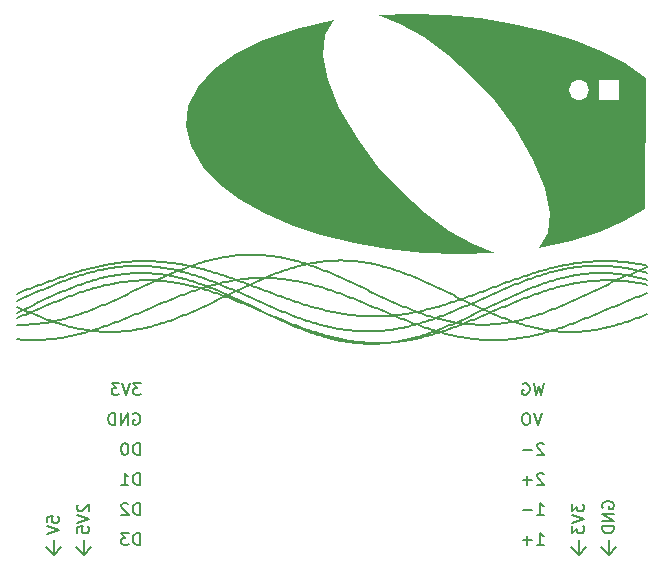
<source format=gbr>
G04 #@! TF.GenerationSoftware,KiCad,Pcbnew,5.1.10-88a1d61d58~88~ubuntu20.04.1*
G04 #@! TF.CreationDate,2021-06-15T20:39:54-04:00*
G04 #@! TF.ProjectId,oscope,6f73636f-7065-42e6-9b69-6361645f7063,rev?*
G04 #@! TF.SameCoordinates,PX3c8eee0PY31a8670*
G04 #@! TF.FileFunction,Legend,Bot*
G04 #@! TF.FilePolarity,Positive*
%FSLAX46Y46*%
G04 Gerber Fmt 4.6, Leading zero omitted, Abs format (unit mm)*
G04 Created by KiCad (PCBNEW 5.1.10-88a1d61d58~88~ubuntu20.04.1) date 2021-06-15 20:39:54*
%MOMM*%
%LPD*%
G01*
G04 APERTURE LIST*
%ADD10C,0.150000*%
%ADD11C,0.152400*%
%ADD12C,0.100000*%
%ADD13O,1.160000X2.160000*%
%ADD14O,1.320000X2.520000*%
%ADD15O,1.700000X1.700000*%
%ADD16R,1.700000X1.700000*%
G04 APERTURE END LIST*
D10*
X50165000Y-48260000D02*
X50800000Y-47625000D01*
X50165000Y-48260000D02*
X49530000Y-47625000D01*
X47625000Y-48260000D02*
X48260000Y-47625000D01*
X47625000Y-48260000D02*
X46990000Y-47625000D01*
X3175000Y-48260000D02*
X3810000Y-47625000D01*
X2540000Y-47625000D02*
X3175000Y-48260000D01*
X5715000Y-48260000D02*
X5080000Y-47625000D01*
X6350000Y-47625000D02*
X5715000Y-48260000D01*
X3175000Y-46990000D02*
X3175000Y-48260000D01*
X5715000Y-46990000D02*
X5715000Y-48260000D01*
X47625000Y-46990000D02*
X47625000Y-48260000D01*
X50165000Y-46990000D02*
X50165000Y-48260000D01*
D11*
X49657000Y-44314654D02*
X49608619Y-44217892D01*
X49608619Y-44072749D01*
X49657000Y-43927606D01*
X49753761Y-43830844D01*
X49850523Y-43782463D01*
X50044047Y-43734082D01*
X50189190Y-43734082D01*
X50382714Y-43782463D01*
X50479476Y-43830844D01*
X50576238Y-43927606D01*
X50624619Y-44072749D01*
X50624619Y-44169511D01*
X50576238Y-44314654D01*
X50527857Y-44363035D01*
X50189190Y-44363035D01*
X50189190Y-44169511D01*
X50624619Y-44798463D02*
X49608619Y-44798463D01*
X50624619Y-45379035D01*
X49608619Y-45379035D01*
X50624619Y-45862844D02*
X49608619Y-45862844D01*
X49608619Y-46104749D01*
X49657000Y-46249892D01*
X49753761Y-46346654D01*
X49850523Y-46395035D01*
X50044047Y-46443416D01*
X50189190Y-46443416D01*
X50382714Y-46395035D01*
X50479476Y-46346654D01*
X50576238Y-46249892D01*
X50624619Y-46104749D01*
X50624619Y-45862844D01*
X47068619Y-43975987D02*
X47068619Y-44604940D01*
X47455666Y-44266273D01*
X47455666Y-44411416D01*
X47504047Y-44508178D01*
X47552428Y-44556559D01*
X47649190Y-44604940D01*
X47891095Y-44604940D01*
X47987857Y-44556559D01*
X48036238Y-44508178D01*
X48084619Y-44411416D01*
X48084619Y-44121130D01*
X48036238Y-44024368D01*
X47987857Y-43975987D01*
X47068619Y-44895225D02*
X48084619Y-45233892D01*
X47068619Y-45572559D01*
X47068619Y-45814463D02*
X47068619Y-46443416D01*
X47455666Y-46104749D01*
X47455666Y-46249892D01*
X47504047Y-46346654D01*
X47552428Y-46395035D01*
X47649190Y-46443416D01*
X47891095Y-46443416D01*
X47987857Y-46395035D01*
X48036238Y-46346654D01*
X48084619Y-46249892D01*
X48084619Y-45959606D01*
X48036238Y-45862844D01*
X47987857Y-45814463D01*
X5255380Y-44024368D02*
X5207000Y-44072749D01*
X5158619Y-44169511D01*
X5158619Y-44411416D01*
X5207000Y-44508178D01*
X5255380Y-44556559D01*
X5352142Y-44604940D01*
X5448904Y-44604940D01*
X5594047Y-44556559D01*
X6174619Y-43975987D01*
X6174619Y-44604940D01*
X5158619Y-44895225D02*
X6174619Y-45233892D01*
X5158619Y-45572559D01*
X5158619Y-46395035D02*
X5158619Y-45911225D01*
X5642428Y-45862844D01*
X5594047Y-45911225D01*
X5545666Y-46007987D01*
X5545666Y-46249892D01*
X5594047Y-46346654D01*
X5642428Y-46395035D01*
X5739190Y-46443416D01*
X5981095Y-46443416D01*
X6077857Y-46395035D01*
X6126238Y-46346654D01*
X6174619Y-46249892D01*
X6174619Y-46007987D01*
X6126238Y-45911225D01*
X6077857Y-45862844D01*
X2618619Y-45524178D02*
X2618619Y-45040368D01*
X3102428Y-44991987D01*
X3054047Y-45040368D01*
X3005666Y-45137130D01*
X3005666Y-45379035D01*
X3054047Y-45475797D01*
X3102428Y-45524178D01*
X3199190Y-45572559D01*
X3441095Y-45572559D01*
X3537857Y-45524178D01*
X3586238Y-45475797D01*
X3634619Y-45379035D01*
X3634619Y-45137130D01*
X3586238Y-45040368D01*
X3537857Y-44991987D01*
X2618619Y-45862844D02*
X3634619Y-46201511D01*
X2618619Y-46540178D01*
X10550797Y-33733619D02*
X9921844Y-33733619D01*
X10260511Y-34120666D01*
X10115368Y-34120666D01*
X10018606Y-34169047D01*
X9970225Y-34217428D01*
X9921844Y-34314190D01*
X9921844Y-34556095D01*
X9970225Y-34652857D01*
X10018606Y-34701238D01*
X10115368Y-34749619D01*
X10405654Y-34749619D01*
X10502416Y-34701238D01*
X10550797Y-34652857D01*
X9631559Y-33733619D02*
X9292892Y-34749619D01*
X8954225Y-33733619D01*
X8712320Y-33733619D02*
X8083368Y-33733619D01*
X8422035Y-34120666D01*
X8276892Y-34120666D01*
X8180130Y-34169047D01*
X8131749Y-34217428D01*
X8083368Y-34314190D01*
X8083368Y-34556095D01*
X8131749Y-34652857D01*
X8180130Y-34701238D01*
X8276892Y-34749619D01*
X8567178Y-34749619D01*
X8663940Y-34701238D01*
X8712320Y-34652857D01*
X9921844Y-36322000D02*
X10018606Y-36273619D01*
X10163749Y-36273619D01*
X10308892Y-36322000D01*
X10405654Y-36418761D01*
X10454035Y-36515523D01*
X10502416Y-36709047D01*
X10502416Y-36854190D01*
X10454035Y-37047714D01*
X10405654Y-37144476D01*
X10308892Y-37241238D01*
X10163749Y-37289619D01*
X10066987Y-37289619D01*
X9921844Y-37241238D01*
X9873463Y-37192857D01*
X9873463Y-36854190D01*
X10066987Y-36854190D01*
X9438035Y-37289619D02*
X9438035Y-36273619D01*
X8857463Y-37289619D01*
X8857463Y-36273619D01*
X8373654Y-37289619D02*
X8373654Y-36273619D01*
X8131749Y-36273619D01*
X7986606Y-36322000D01*
X7889844Y-36418761D01*
X7841463Y-36515523D01*
X7793082Y-36709047D01*
X7793082Y-36854190D01*
X7841463Y-37047714D01*
X7889844Y-37144476D01*
X7986606Y-37241238D01*
X8131749Y-37289619D01*
X8373654Y-37289619D01*
X10454035Y-47449619D02*
X10454035Y-46433619D01*
X10212130Y-46433619D01*
X10066987Y-46482000D01*
X9970225Y-46578761D01*
X9921844Y-46675523D01*
X9873463Y-46869047D01*
X9873463Y-47014190D01*
X9921844Y-47207714D01*
X9970225Y-47304476D01*
X10066987Y-47401238D01*
X10212130Y-47449619D01*
X10454035Y-47449619D01*
X9534797Y-46433619D02*
X8905844Y-46433619D01*
X9244511Y-46820666D01*
X9099368Y-46820666D01*
X9002606Y-46869047D01*
X8954225Y-46917428D01*
X8905844Y-47014190D01*
X8905844Y-47256095D01*
X8954225Y-47352857D01*
X9002606Y-47401238D01*
X9099368Y-47449619D01*
X9389654Y-47449619D01*
X9486416Y-47401238D01*
X9534797Y-47352857D01*
X10454035Y-44909619D02*
X10454035Y-43893619D01*
X10212130Y-43893619D01*
X10066987Y-43942000D01*
X9970225Y-44038761D01*
X9921844Y-44135523D01*
X9873463Y-44329047D01*
X9873463Y-44474190D01*
X9921844Y-44667714D01*
X9970225Y-44764476D01*
X10066987Y-44861238D01*
X10212130Y-44909619D01*
X10454035Y-44909619D01*
X9486416Y-43990380D02*
X9438035Y-43942000D01*
X9341273Y-43893619D01*
X9099368Y-43893619D01*
X9002606Y-43942000D01*
X8954225Y-43990380D01*
X8905844Y-44087142D01*
X8905844Y-44183904D01*
X8954225Y-44329047D01*
X9534797Y-44909619D01*
X8905844Y-44909619D01*
X10454035Y-42369619D02*
X10454035Y-41353619D01*
X10212130Y-41353619D01*
X10066987Y-41402000D01*
X9970225Y-41498761D01*
X9921844Y-41595523D01*
X9873463Y-41789047D01*
X9873463Y-41934190D01*
X9921844Y-42127714D01*
X9970225Y-42224476D01*
X10066987Y-42321238D01*
X10212130Y-42369619D01*
X10454035Y-42369619D01*
X8905844Y-42369619D02*
X9486416Y-42369619D01*
X9196130Y-42369619D02*
X9196130Y-41353619D01*
X9292892Y-41498761D01*
X9389654Y-41595523D01*
X9486416Y-41643904D01*
X10454035Y-39829619D02*
X10454035Y-38813619D01*
X10212130Y-38813619D01*
X10066987Y-38862000D01*
X9970225Y-38958761D01*
X9921844Y-39055523D01*
X9873463Y-39249047D01*
X9873463Y-39394190D01*
X9921844Y-39587714D01*
X9970225Y-39684476D01*
X10066987Y-39781238D01*
X10212130Y-39829619D01*
X10454035Y-39829619D01*
X9244511Y-38813619D02*
X9147749Y-38813619D01*
X9050987Y-38862000D01*
X9002606Y-38910380D01*
X8954225Y-39007142D01*
X8905844Y-39200666D01*
X8905844Y-39442571D01*
X8954225Y-39636095D01*
X9002606Y-39732857D01*
X9050987Y-39781238D01*
X9147749Y-39829619D01*
X9244511Y-39829619D01*
X9341273Y-39781238D01*
X9389654Y-39732857D01*
X9438035Y-39636095D01*
X9486416Y-39442571D01*
X9486416Y-39200666D01*
X9438035Y-39007142D01*
X9389654Y-38910380D01*
X9341273Y-38862000D01*
X9244511Y-38813619D01*
X44676060Y-33733619D02*
X44434155Y-34749619D01*
X44240631Y-34023904D01*
X44047107Y-34749619D01*
X43805202Y-33733619D01*
X42885964Y-33782000D02*
X42982726Y-33733619D01*
X43127869Y-33733619D01*
X43273012Y-33782000D01*
X43369774Y-33878761D01*
X43418155Y-33975523D01*
X43466536Y-34169047D01*
X43466536Y-34314190D01*
X43418155Y-34507714D01*
X43369774Y-34604476D01*
X43273012Y-34701238D01*
X43127869Y-34749619D01*
X43031107Y-34749619D01*
X42885964Y-34701238D01*
X42837583Y-34652857D01*
X42837583Y-34314190D01*
X43031107Y-34314190D01*
X44482536Y-36273619D02*
X44143869Y-37289619D01*
X43805202Y-36273619D01*
X43273012Y-36273619D02*
X43079488Y-36273619D01*
X42982726Y-36322000D01*
X42885964Y-36418761D01*
X42837583Y-36612285D01*
X42837583Y-36950952D01*
X42885964Y-37144476D01*
X42982726Y-37241238D01*
X43079488Y-37289619D01*
X43273012Y-37289619D01*
X43369774Y-37241238D01*
X43466536Y-37144476D01*
X43514917Y-36950952D01*
X43514917Y-36612285D01*
X43466536Y-36418761D01*
X43369774Y-36322000D01*
X43273012Y-36273619D01*
X44676060Y-38910380D02*
X44627679Y-38862000D01*
X44530917Y-38813619D01*
X44289012Y-38813619D01*
X44192250Y-38862000D01*
X44143869Y-38910380D01*
X44095488Y-39007142D01*
X44095488Y-39103904D01*
X44143869Y-39249047D01*
X44724440Y-39829619D01*
X44095488Y-39829619D01*
X43660060Y-39442571D02*
X42885964Y-39442571D01*
X44676060Y-41450380D02*
X44627679Y-41402000D01*
X44530917Y-41353619D01*
X44289012Y-41353619D01*
X44192250Y-41402000D01*
X44143869Y-41450380D01*
X44095488Y-41547142D01*
X44095488Y-41643904D01*
X44143869Y-41789047D01*
X44724440Y-42369619D01*
X44095488Y-42369619D01*
X43660060Y-41982571D02*
X42885964Y-41982571D01*
X43273012Y-42369619D02*
X43273012Y-41595523D01*
X44095488Y-44909619D02*
X44676060Y-44909619D01*
X44385774Y-44909619D02*
X44385774Y-43893619D01*
X44482536Y-44038761D01*
X44579298Y-44135523D01*
X44676060Y-44183904D01*
X43660060Y-44522571D02*
X42885964Y-44522571D01*
X44095488Y-47449619D02*
X44676060Y-47449619D01*
X44385774Y-47449619D02*
X44385774Y-46433619D01*
X44482536Y-46578761D01*
X44579298Y-46675523D01*
X44676060Y-46723904D01*
X43660060Y-47062571D02*
X42885964Y-47062571D01*
X43273012Y-47449619D02*
X43273012Y-46675523D01*
D10*
X53240691Y-24370772D02*
X53426679Y-24421870D01*
X53054703Y-24321670D02*
X53240691Y-24370772D01*
X52868715Y-24274606D02*
X53054703Y-24321670D01*
X52682727Y-24229623D02*
X52868715Y-24274606D01*
X52496739Y-24186762D02*
X52682727Y-24229623D01*
X52310751Y-24146061D02*
X52496739Y-24186762D01*
X52124763Y-24107556D02*
X52310751Y-24146061D01*
X51938775Y-24071283D02*
X52124763Y-24107556D01*
X51752786Y-24037274D02*
X51938775Y-24071283D01*
X51566798Y-24005560D02*
X51752786Y-24037274D01*
X51380810Y-23976169D02*
X51566798Y-24005560D01*
X51194822Y-23949127D02*
X51380810Y-23976169D01*
X51008834Y-23924459D02*
X51194822Y-23949127D01*
X50822846Y-23902188D02*
X51008834Y-23924459D01*
X50636858Y-23882333D02*
X50822846Y-23902188D01*
X50450870Y-23864912D02*
X50636858Y-23882333D01*
X50264882Y-23849941D02*
X50450870Y-23864912D01*
X50078894Y-23837433D02*
X50264882Y-23849941D01*
X49892906Y-23827399D02*
X50078894Y-23837433D01*
X49706918Y-23819849D02*
X49892906Y-23827399D01*
X49520930Y-23814789D02*
X49706918Y-23819849D01*
X49334942Y-23812225D02*
X49520930Y-23814789D01*
X49148954Y-23812157D02*
X49334942Y-23812225D01*
X48962966Y-23814587D02*
X49148954Y-23812157D01*
X48776978Y-23819511D02*
X48962966Y-23814587D01*
X48590990Y-23826926D02*
X48776978Y-23819511D01*
X48405002Y-23836826D02*
X48590990Y-23826926D01*
X48219014Y-23849200D02*
X48405002Y-23836826D01*
X48033026Y-23864038D02*
X48219014Y-23849200D01*
X47847038Y-23881327D02*
X48033026Y-23864038D01*
X47661050Y-23901051D02*
X47847038Y-23881327D01*
X47475062Y-23923192D02*
X47661050Y-23901051D01*
X47289074Y-23947730D02*
X47475062Y-23923192D01*
X47103085Y-23974643D02*
X47289074Y-23947730D01*
X46917097Y-24003908D02*
X47103085Y-23974643D01*
X46731109Y-24035497D02*
X46917097Y-24003908D01*
X46545121Y-24069383D02*
X46731109Y-24035497D01*
X46359133Y-24105534D02*
X46545121Y-24069383D01*
X46173145Y-24143918D02*
X46359133Y-24105534D01*
X45987157Y-24184501D02*
X46173145Y-24143918D01*
X45801169Y-24227247D02*
X45987157Y-24184501D01*
X45615181Y-24272116D02*
X45801169Y-24227247D01*
X45429193Y-24319068D02*
X45615181Y-24272116D01*
X45243205Y-24368061D02*
X45429193Y-24319068D01*
X45057217Y-24419051D02*
X45243205Y-24368061D01*
X44871229Y-24471993D02*
X45057217Y-24419051D01*
X44685241Y-24526838D02*
X44871229Y-24471993D01*
X44499253Y-24583537D02*
X44685241Y-24526838D01*
X44313265Y-24642038D02*
X44499253Y-24583537D01*
X44127277Y-24702291D02*
X44313265Y-24642038D01*
X43941289Y-24764239D02*
X44127277Y-24702291D01*
X43755301Y-24827828D02*
X43941289Y-24764239D01*
X43569313Y-24893000D02*
X43755301Y-24827828D01*
X43383325Y-24959697D02*
X43569313Y-24893000D01*
X43197337Y-25027858D02*
X43383325Y-24959697D01*
X43011349Y-25097423D02*
X43197337Y-25027858D01*
X42825361Y-25168328D02*
X43011349Y-25097423D01*
X42639372Y-25240510D02*
X42825361Y-25168328D01*
X42453384Y-25313903D02*
X42639372Y-25240510D01*
X42267396Y-25388443D02*
X42453384Y-25313903D01*
X42081408Y-25464061D02*
X42267396Y-25388443D01*
X41895420Y-25540690D02*
X42081408Y-25464061D01*
X41709432Y-25618260D02*
X41895420Y-25540690D01*
X41523444Y-25696702D02*
X41709432Y-25618260D01*
X41337456Y-25775946D02*
X41523444Y-25696702D01*
X41151468Y-25855919D02*
X41337456Y-25775946D01*
X40965480Y-25936551D02*
X41151468Y-25855919D01*
X40779492Y-26017768D02*
X40965480Y-25936551D01*
X40593504Y-26099497D02*
X40779492Y-26017768D01*
X40407516Y-26181665D02*
X40593504Y-26099497D01*
X40221528Y-26264198D02*
X40407516Y-26181665D01*
X40035540Y-26347022D02*
X40221528Y-26264198D01*
X39849552Y-26430061D02*
X40035540Y-26347022D01*
X39663564Y-26513242D02*
X39849552Y-26430061D01*
X39477576Y-26596489D02*
X39663564Y-26513242D01*
X39291588Y-26679728D02*
X39477576Y-26596489D01*
X39105600Y-26762884D02*
X39291588Y-26679728D01*
X38919612Y-26845881D02*
X39105600Y-26762884D01*
X38733624Y-26928645D02*
X38919612Y-26845881D01*
X38547636Y-27011102D02*
X38733624Y-26928645D01*
X38361648Y-27093178D02*
X38547636Y-27011102D01*
X38175660Y-27174797D02*
X38361648Y-27093178D01*
X37989671Y-27255888D02*
X38175660Y-27174797D01*
X37803683Y-27336378D02*
X37989671Y-27255888D01*
X37617695Y-27416192D02*
X37803683Y-27336378D01*
X37431707Y-27495261D02*
X37617695Y-27416192D01*
X37245719Y-27573512D02*
X37431707Y-27495261D01*
X37059731Y-27650876D02*
X37245719Y-27573512D01*
X36873743Y-27727282D02*
X37059731Y-27650876D01*
X36687755Y-27802662D02*
X36873743Y-27727282D01*
X36501767Y-27876948D02*
X36687755Y-27802662D01*
X36315779Y-27950074D02*
X36501767Y-27876948D01*
X36129791Y-28021973D02*
X36315779Y-27950074D01*
X35943803Y-28092580D02*
X36129791Y-28021973D01*
X35757815Y-28161833D02*
X35943803Y-28092580D01*
X35571827Y-28229668D02*
X35757815Y-28161833D01*
X35385839Y-28296026D02*
X35571827Y-28229668D01*
X35199851Y-28360845D02*
X35385839Y-28296026D01*
X35013863Y-28424068D02*
X35199851Y-28360845D01*
X34827875Y-28485638D02*
X35013863Y-28424068D01*
X34641887Y-28545499D02*
X34827875Y-28485638D01*
X34455899Y-28603598D02*
X34641887Y-28545499D01*
X34269911Y-28659882D02*
X34455899Y-28603598D01*
X34083923Y-28714301D02*
X34269911Y-28659882D01*
X33897935Y-28766805D02*
X34083923Y-28714301D01*
X33711947Y-28817348D02*
X33897935Y-28766805D01*
X33525958Y-28865884D02*
X33711947Y-28817348D01*
X33339970Y-28912369D02*
X33525958Y-28865884D01*
X33153982Y-28956761D02*
X33339970Y-28912369D01*
X32967994Y-28999021D02*
X33153982Y-28956761D01*
X32782006Y-29039110D02*
X32967994Y-28999021D01*
X32596018Y-29076992D02*
X32782006Y-29039110D01*
X32410030Y-29112634D02*
X32596018Y-29076992D01*
X32224042Y-29146003D02*
X32410030Y-29112634D01*
X32038054Y-29177069D02*
X32224042Y-29146003D01*
X31852066Y-29205804D02*
X32038054Y-29177069D01*
X31666078Y-29232183D02*
X31852066Y-29205804D01*
X31480090Y-29256181D02*
X31666078Y-29232183D01*
X31294102Y-29277777D02*
X31480090Y-29256181D01*
X31108114Y-29296952D02*
X31294102Y-29277777D01*
X30922126Y-29313688D02*
X31108114Y-29296952D01*
X30736138Y-29327970D02*
X30922126Y-29313688D01*
X30550150Y-29339786D02*
X30736138Y-29327970D01*
X30364162Y-29349124D02*
X30550150Y-29339786D01*
X30178174Y-29355977D02*
X30364162Y-29349124D01*
X29992186Y-29360338D02*
X30178174Y-29355977D01*
X29806198Y-29362203D02*
X29992186Y-29360338D01*
X29620210Y-29361571D02*
X29806198Y-29362203D01*
X29434222Y-29358442D02*
X29620210Y-29361571D01*
X29248234Y-29352818D02*
X29434222Y-29358442D01*
X29062246Y-29344706D02*
X29248234Y-29352818D01*
X28876257Y-29334112D02*
X29062246Y-29344706D01*
X28690269Y-29321046D02*
X28876257Y-29334112D01*
X28504281Y-29305520D02*
X28690269Y-29321046D01*
X28318293Y-29287547D02*
X28504281Y-29305520D01*
X28132305Y-29267144D02*
X28318293Y-29287547D01*
X27946317Y-29244329D02*
X28132305Y-29267144D01*
X27760329Y-29219123D02*
X27946317Y-29244329D01*
X27574341Y-29191548D02*
X27760329Y-29219123D01*
X27388353Y-29161629D02*
X27574341Y-29191548D01*
X27202365Y-29129394D02*
X27388353Y-29161629D01*
X27016377Y-29094870D02*
X27202365Y-29129394D01*
X26830389Y-29058090D02*
X27016377Y-29094870D01*
X26644401Y-29019085D02*
X26830389Y-29058090D01*
X26458413Y-28977893D02*
X26644401Y-29019085D01*
X26272425Y-28934548D02*
X26458413Y-28977893D01*
X26086437Y-28889091D02*
X26272425Y-28934548D01*
X25900449Y-28841563D02*
X26086437Y-28889091D01*
X25714461Y-28792005D02*
X25900449Y-28841563D01*
X25528473Y-28740463D02*
X25714461Y-28792005D01*
X25342485Y-28686984D02*
X25528473Y-28740463D01*
X25156497Y-28631614D02*
X25342485Y-28686984D01*
X24970509Y-28574405D02*
X25156497Y-28631614D01*
X24784521Y-28515407D02*
X24970509Y-28574405D01*
X24598533Y-28454674D02*
X24784521Y-28515407D01*
X24412544Y-28392260D02*
X24598533Y-28454674D01*
X24226556Y-28328221D02*
X24412544Y-28392260D01*
X24040568Y-28262616D02*
X24226556Y-28328221D01*
X23854580Y-28195503D02*
X24040568Y-28262616D01*
X23668592Y-28126942D02*
X23854580Y-28195503D01*
X23482604Y-28056995D02*
X23668592Y-28126942D01*
X23296616Y-27985726D02*
X23482604Y-28056995D01*
X23110628Y-27913198D02*
X23296616Y-27985726D01*
X22924640Y-27839477D02*
X23110628Y-27913198D01*
X22738652Y-27764628D02*
X22924640Y-27839477D01*
X22552664Y-27688720D02*
X22738652Y-27764628D01*
X22366676Y-27611820D02*
X22552664Y-27688720D01*
X22180688Y-27533998D02*
X22366676Y-27611820D01*
X21994700Y-27455324D02*
X22180688Y-27533998D01*
X21808712Y-27375869D02*
X21994700Y-27455324D01*
X21622724Y-27295704D02*
X21808712Y-27375869D01*
X21436736Y-27214901D02*
X21622724Y-27295704D01*
X21250748Y-27133533D02*
X21436736Y-27214901D01*
X21064760Y-27051673D02*
X21250748Y-27133533D01*
X20878772Y-26969396D02*
X21064760Y-27051673D01*
X20692784Y-26886774D02*
X20878772Y-26969396D01*
X20506796Y-26803882D02*
X20692784Y-26886774D01*
X20320808Y-26720795D02*
X20506796Y-26803882D01*
X20134820Y-26637588D02*
X20320808Y-26720795D01*
X19948832Y-26554336D02*
X20134820Y-26637588D01*
X19762843Y-26471113D02*
X19948832Y-26554336D01*
X19576855Y-26387994D02*
X19762843Y-26471113D01*
X19390867Y-26305055D02*
X19576855Y-26387994D01*
X19204879Y-26222369D02*
X19390867Y-26305055D01*
X19018891Y-26140012D02*
X19204879Y-26222369D01*
X18832903Y-26058056D02*
X19018891Y-26140012D01*
X18646915Y-25976577D02*
X18832903Y-26058056D01*
X18460927Y-25895648D02*
X18646915Y-25976577D01*
X18274939Y-25815340D02*
X18460927Y-25895648D01*
X18088951Y-25735727D02*
X18274939Y-25815340D01*
X17902963Y-25656881D02*
X18088951Y-25735727D01*
X17716975Y-25578871D02*
X17902963Y-25656881D01*
X17530987Y-25501769D02*
X17716975Y-25578871D01*
X17344999Y-25425643D02*
X17530987Y-25501769D01*
X17159011Y-25350563D02*
X17344999Y-25425643D01*
X16973023Y-25276595D02*
X17159011Y-25350563D01*
X16787035Y-25203807D02*
X16973023Y-25276595D01*
X16601047Y-25132264D02*
X16787035Y-25203807D01*
X16415059Y-25062029D02*
X16601047Y-25132264D01*
X16229071Y-24993168D02*
X16415059Y-25062029D01*
X16043083Y-24925740D02*
X16229071Y-24993168D01*
X15857095Y-24859808D02*
X16043083Y-24925740D01*
X15671107Y-24795430D02*
X15857095Y-24859808D01*
X15485119Y-24732665D02*
X15671107Y-24795430D01*
X15299130Y-24671568D02*
X15485119Y-24732665D01*
X15113142Y-24612196D02*
X15299130Y-24671568D01*
X14927154Y-24554600D02*
X15113142Y-24612196D01*
X14741166Y-24498834D02*
X14927154Y-24554600D01*
X14555178Y-24444947D02*
X14741166Y-24498834D01*
X14369190Y-24392987D02*
X14555178Y-24444947D01*
X14183202Y-24343002D02*
X14369190Y-24392987D01*
X13997214Y-24295037D02*
X14183202Y-24343002D01*
X13811226Y-24249134D02*
X13997214Y-24295037D01*
X13625238Y-24205336D02*
X13811226Y-24249134D01*
X13439250Y-24163681D02*
X13625238Y-24205336D01*
X13253262Y-24124206D02*
X13439250Y-24163681D01*
X13067274Y-24086948D02*
X13253262Y-24124206D01*
X12881286Y-24051940D02*
X13067274Y-24086948D01*
X12695298Y-24019214D02*
X12881286Y-24051940D01*
X12509310Y-23988798D02*
X12695298Y-24019214D01*
X12323322Y-23960721D02*
X12509310Y-23988798D01*
X12137334Y-23935007D02*
X12323322Y-23960721D01*
X11951346Y-23911680D02*
X12137334Y-23935007D01*
X11765358Y-23890761D02*
X11951346Y-23911680D01*
X11579370Y-23872268D02*
X11765358Y-23890761D01*
X11393382Y-23856218D02*
X11579370Y-23872268D01*
X11207394Y-23842626D02*
X11393382Y-23856218D01*
X11021406Y-23831504D02*
X11207394Y-23842626D01*
X10835418Y-23822861D02*
X11021406Y-23831504D01*
X10649429Y-23816706D02*
X10835418Y-23822861D01*
X10463441Y-23813044D02*
X10649429Y-23816706D01*
X10277453Y-23811879D02*
X10463441Y-23813044D01*
X10091465Y-23813211D02*
X10277453Y-23811879D01*
X9905477Y-23817040D02*
X10091465Y-23813211D01*
X9719489Y-23823361D02*
X9905477Y-23817040D01*
X9533501Y-23832169D02*
X9719489Y-23823361D01*
X9347513Y-23843457D02*
X9533501Y-23832169D01*
X9161525Y-23857214D02*
X9347513Y-23843457D01*
X8975537Y-23873427D02*
X9161525Y-23857214D01*
X8789549Y-23892083D02*
X8975537Y-23873427D01*
X8603561Y-23913164D02*
X8789549Y-23892083D01*
X8417573Y-23936651D02*
X8603561Y-23913164D01*
X8231585Y-23962523D02*
X8417573Y-23936651D01*
X8045597Y-23990758D02*
X8231585Y-23962523D01*
X7859609Y-24021329D02*
X8045597Y-23990758D01*
X7673621Y-24054209D02*
X7859609Y-24021329D01*
X7487633Y-24089368D02*
X7673621Y-24054209D01*
X7301645Y-24126775D02*
X7487633Y-24089368D01*
X7115657Y-24166396D02*
X7301645Y-24126775D01*
X6929669Y-24208196D02*
X7115657Y-24166396D01*
X6743681Y-24252136D02*
X6929669Y-24208196D01*
X6557693Y-24298178D02*
X6743681Y-24252136D01*
X6371705Y-24346279D02*
X6557693Y-24298178D01*
X6185716Y-24396398D02*
X6371705Y-24346279D01*
X5999728Y-24448487D02*
X6185716Y-24396398D01*
X5813740Y-24502501D02*
X5999728Y-24448487D01*
X5627752Y-24558392D02*
X5813740Y-24502501D01*
X5441764Y-24616108D02*
X5627752Y-24558392D01*
X5255776Y-24675597D02*
X5441764Y-24616108D01*
X5069788Y-24736807D02*
X5255776Y-24675597D01*
X4883800Y-24799682D02*
X5069788Y-24736807D01*
X4697812Y-24864165D02*
X4883800Y-24799682D01*
X4511824Y-24930199D02*
X4697812Y-24864165D01*
X4325836Y-24997724D02*
X4511824Y-24930199D01*
X4139848Y-25066680D02*
X4325836Y-24997724D01*
X3953860Y-25137003D02*
X4139848Y-25066680D01*
X3767872Y-25208632D02*
X3953860Y-25137003D01*
X3581884Y-25281501D02*
X3767872Y-25208632D01*
X3395896Y-25355545D02*
X3581884Y-25281501D01*
X3209908Y-25430697D02*
X3395896Y-25355545D01*
X3023920Y-25506890D02*
X3209908Y-25430697D01*
X2837932Y-25584056D02*
X3023920Y-25506890D01*
X2651944Y-25662123D02*
X2837932Y-25584056D01*
X2465956Y-25741023D02*
X2651944Y-25662123D01*
X2279968Y-25820685D02*
X2465956Y-25741023D01*
X2093980Y-25901036D02*
X2279968Y-25820685D01*
X1907992Y-25982005D02*
X2093980Y-25901036D01*
X1722004Y-26063518D02*
X1907992Y-25982005D01*
X1536015Y-26145502D02*
X1722004Y-26063518D01*
X1350027Y-26227884D02*
X1536015Y-26145502D01*
X1164039Y-26310589D02*
X1350027Y-26227884D01*
X978051Y-26393543D02*
X1164039Y-26310589D01*
X792063Y-26476671D02*
X978051Y-26393543D01*
X606075Y-26559898D02*
X792063Y-26476671D01*
X420087Y-26643150D02*
X606075Y-26559898D01*
X234099Y-26726351D02*
X420087Y-26643150D01*
X48111Y-26809427D02*
X234099Y-26726351D01*
X53240691Y-23756626D02*
X53426679Y-23794063D01*
X53054703Y-23720985D02*
X53240691Y-23756626D01*
X52868715Y-23687172D02*
X53054703Y-23720985D01*
X52682727Y-23655218D02*
X52868715Y-23687172D01*
X52496739Y-23625151D02*
X52682727Y-23655218D01*
X52310751Y-23596999D02*
X52496739Y-23625151D01*
X52124763Y-23570786D02*
X52310751Y-23596999D01*
X51938775Y-23546537D02*
X52124763Y-23570786D01*
X51752786Y-23524273D02*
X51938775Y-23546537D01*
X51566798Y-23504015D02*
X51752786Y-23524273D01*
X51380810Y-23485779D02*
X51566798Y-23504015D01*
X51194822Y-23469584D02*
X51380810Y-23485779D01*
X51008834Y-23455443D02*
X51194822Y-23469584D01*
X50822846Y-23443370D02*
X51008834Y-23455443D01*
X50636858Y-23433374D02*
X50822846Y-23443370D01*
X50450870Y-23425465D02*
X50636858Y-23433374D01*
X50264882Y-23419651D02*
X50450870Y-23425465D01*
X50078894Y-23415936D02*
X50264882Y-23419651D01*
X49892906Y-23414323D02*
X50078894Y-23415936D01*
X49706918Y-23414815D02*
X49892906Y-23414323D01*
X49520930Y-23417411D02*
X49706918Y-23414815D01*
X49334942Y-23422108D02*
X49520930Y-23417411D01*
X49148954Y-23428902D02*
X49334942Y-23422108D01*
X48962966Y-23437787D02*
X49148954Y-23428902D01*
X48776978Y-23448756D02*
X48962966Y-23437787D01*
X48590990Y-23461797D02*
X48776978Y-23448756D01*
X48405002Y-23476900D02*
X48590990Y-23461797D01*
X48219014Y-23494051D02*
X48405002Y-23476900D01*
X48033026Y-23513234D02*
X48219014Y-23494051D01*
X47847038Y-23534433D02*
X48033026Y-23513234D01*
X47661050Y-23557627D02*
X47847038Y-23534433D01*
X47475062Y-23582797D02*
X47661050Y-23557627D01*
X47289074Y-23609919D02*
X47475062Y-23582797D01*
X47103085Y-23638970D02*
X47289074Y-23609919D01*
X46917097Y-23669922D02*
X47103085Y-23638970D01*
X46731109Y-23702749D02*
X46917097Y-23669922D01*
X46545121Y-23737420D02*
X46731109Y-23702749D01*
X46359133Y-23773905D02*
X46545121Y-23737420D01*
X46173145Y-23812170D02*
X46359133Y-23773905D01*
X45987157Y-23852182D02*
X46173145Y-23812170D01*
X45801169Y-23893903D02*
X45987157Y-23852182D01*
X45615181Y-23937298D02*
X45801169Y-23893903D01*
X45429193Y-23982325D02*
X45615181Y-23937298D01*
X45243205Y-24028946D02*
X45429193Y-23982325D01*
X45057217Y-24077118D02*
X45243205Y-24028946D01*
X44871229Y-24126797D02*
X45057217Y-24077118D01*
X44685241Y-24177940D02*
X44871229Y-24126797D01*
X44499253Y-24230499D02*
X44685241Y-24177940D01*
X44313265Y-24284429D02*
X44499253Y-24230499D01*
X44127277Y-24339679D02*
X44313265Y-24284429D01*
X43941289Y-24396201D02*
X44127277Y-24339679D01*
X43755301Y-24453943D02*
X43941289Y-24396201D01*
X43569313Y-24512854D02*
X43755301Y-24453943D01*
X43383325Y-24572880D02*
X43569313Y-24512854D01*
X43197337Y-24633968D02*
X43383325Y-24572880D01*
X43011349Y-24696063D02*
X43197337Y-24633968D01*
X42825361Y-24759108D02*
X43011349Y-24696063D01*
X42639372Y-24823048D02*
X42825361Y-24759108D01*
X42453384Y-24887823D02*
X42639372Y-24823048D01*
X42267396Y-24953377D02*
X42453384Y-24887823D01*
X42081408Y-25019650D02*
X42267396Y-24953377D01*
X41895420Y-25086583D02*
X42081408Y-25019650D01*
X41709432Y-25154115D02*
X41895420Y-25086583D01*
X41523444Y-25222185D02*
X41709432Y-25154115D01*
X41337456Y-25290732D02*
X41523444Y-25222185D01*
X41151468Y-25359695D02*
X41337456Y-25290732D01*
X40965480Y-25429012D02*
X41151468Y-25359695D01*
X40779492Y-25498620D02*
X40965480Y-25429012D01*
X40593504Y-25568456D02*
X40779492Y-25498620D01*
X40407516Y-25638457D02*
X40593504Y-25568456D01*
X40221528Y-25708562D02*
X40407516Y-25638457D01*
X40035540Y-25778705D02*
X40221528Y-25708562D01*
X39849552Y-25848826D02*
X40035540Y-25778705D01*
X39663564Y-25918859D02*
X39849552Y-25848826D01*
X39477576Y-25988743D02*
X39663564Y-25918859D01*
X39291588Y-26058414D02*
X39477576Y-25988743D01*
X39105600Y-26127810D02*
X39291588Y-26058414D01*
X38919612Y-26196868D02*
X39105600Y-26127810D01*
X38733624Y-26265526D02*
X38919612Y-26196868D01*
X38547636Y-26333723D02*
X38733624Y-26265526D01*
X38361648Y-26401396D02*
X38547636Y-26333723D01*
X38175660Y-26468486D02*
X38361648Y-26401396D01*
X37989671Y-26534931D02*
X38175660Y-26468486D01*
X37803683Y-26600671D02*
X37989671Y-26534931D01*
X37617695Y-26665649D02*
X37803683Y-26600671D01*
X37431707Y-26729805D02*
X37617695Y-26665649D01*
X37245719Y-26793081D02*
X37431707Y-26729805D01*
X37059731Y-26855421D02*
X37245719Y-26793081D01*
X36873743Y-26916768D02*
X37059731Y-26855421D01*
X36687755Y-26977068D02*
X36873743Y-26916768D01*
X36501767Y-27036265D02*
X36687755Y-26977068D01*
X36315779Y-27094307D02*
X36501767Y-27036265D01*
X36129791Y-27151142D02*
X36315779Y-27094307D01*
X35943803Y-27206717D02*
X36129791Y-27151142D01*
X35757815Y-27260984D02*
X35943803Y-27206717D01*
X35571827Y-27313894D02*
X35757815Y-27260984D01*
X35385839Y-27365398D02*
X35571827Y-27313894D01*
X35199851Y-27415451D02*
X35385839Y-27365398D01*
X35013863Y-27464008D02*
X35199851Y-27415451D01*
X34827875Y-27511024D02*
X35013863Y-27464008D01*
X34641887Y-27556457D02*
X34827875Y-27511024D01*
X34455899Y-27600267D02*
X34641887Y-27556457D01*
X34269911Y-27642414D02*
X34455899Y-27600267D01*
X34083923Y-27682861D02*
X34269911Y-27642414D01*
X33897935Y-27721570D02*
X34083923Y-27682861D01*
X33711947Y-27758507D02*
X33897935Y-27721570D01*
X33525958Y-27793639D02*
X33711947Y-27758507D01*
X33339970Y-27826933D02*
X33525958Y-27793639D01*
X33153982Y-27858362D02*
X33339970Y-27826933D01*
X32967994Y-27887894D02*
X33153982Y-27858362D01*
X32782006Y-27915506D02*
X32967994Y-27887894D01*
X32596018Y-27941170D02*
X32782006Y-27915506D01*
X32410030Y-27964865D02*
X32596018Y-27941170D01*
X32224042Y-27986569D02*
X32410030Y-27964865D01*
X32038054Y-28006262D02*
X32224042Y-27986569D01*
X31852066Y-28023927D02*
X32038054Y-28006262D01*
X31666078Y-28039548D02*
X31852066Y-28023927D01*
X31480090Y-28053111D02*
X31666078Y-28039548D01*
X31294102Y-28064603D02*
X31480090Y-28053111D01*
X31108114Y-28074015D02*
X31294102Y-28064603D01*
X30922126Y-28081337D02*
X31108114Y-28074015D01*
X30736138Y-28086564D02*
X30922126Y-28081337D01*
X30550150Y-28089690D02*
X30736138Y-28086564D01*
X30364162Y-28090713D02*
X30550150Y-28089690D01*
X30178174Y-28089631D02*
X30364162Y-28090713D01*
X29992186Y-28086446D02*
X30178174Y-28089631D01*
X29806198Y-28081161D02*
X29992186Y-28086446D01*
X29620210Y-28073780D02*
X29806198Y-28081161D01*
X29434222Y-28064310D02*
X29620210Y-28073780D01*
X29248234Y-28052760D02*
X29434222Y-28064310D01*
X29062246Y-28039139D02*
X29248234Y-28052760D01*
X28876257Y-28023461D02*
X29062246Y-28039139D01*
X28690269Y-28005739D02*
X28876257Y-28023461D01*
X28504281Y-27985989D02*
X28690269Y-28005739D01*
X28318293Y-27964229D02*
X28504281Y-27985989D01*
X28132305Y-27940479D02*
X28318293Y-27964229D01*
X27946317Y-27914760D02*
X28132305Y-27940479D01*
X27760329Y-27887094D02*
X27946317Y-27914760D01*
X27574341Y-27857508D02*
X27760329Y-27887094D01*
X27388353Y-27826028D02*
X27574341Y-27857508D01*
X27202365Y-27792681D02*
X27388353Y-27826028D01*
X27016377Y-27757498D02*
X27202365Y-27792681D01*
X26830389Y-27720511D02*
X27016377Y-27757498D01*
X26644401Y-27681753D02*
X26830389Y-27720511D01*
X26458413Y-27641259D02*
X26644401Y-27681753D01*
X26272425Y-27599064D02*
X26458413Y-27641259D01*
X26086437Y-27555208D02*
X26272425Y-27599064D01*
X25900449Y-27509730D02*
X26086437Y-27555208D01*
X25714461Y-27462670D02*
X25900449Y-27509730D01*
X25528473Y-27414072D02*
X25714461Y-27462670D01*
X25342485Y-27363978D02*
X25528473Y-27414072D01*
X25156497Y-27312433D02*
X25342485Y-27363978D01*
X24970509Y-27259485D02*
X25156497Y-27312433D01*
X24784521Y-27205181D02*
X24970509Y-27259485D01*
X24598533Y-27149569D02*
X24784521Y-27205181D01*
X24412544Y-27092700D02*
X24598533Y-27149569D01*
X24226556Y-27034625D02*
X24412544Y-27092700D01*
X24040568Y-26975396D02*
X24226556Y-27034625D01*
X23854580Y-26915066D02*
X24040568Y-26975396D01*
X23668592Y-26853691D02*
X23854580Y-26915066D01*
X23482604Y-26791324D02*
X23668592Y-26853691D01*
X23296616Y-26728022D02*
X23482604Y-26791324D01*
X23110628Y-26663843D02*
X23296616Y-26728022D01*
X22924640Y-26598843D02*
X23110628Y-26663843D01*
X22738652Y-26533082D02*
X22924640Y-26598843D01*
X22552664Y-26466618D02*
X22738652Y-26533082D01*
X22366676Y-26399511D02*
X22552664Y-26466618D01*
X22180688Y-26331822D02*
X22366676Y-26399511D01*
X21994700Y-26263612D02*
X22180688Y-26331822D01*
X21808712Y-26194942D02*
X21994700Y-26263612D01*
X21622724Y-26125874D02*
X21808712Y-26194942D01*
X21436736Y-26056469D02*
X21622724Y-26125874D01*
X21250748Y-25986791D02*
X21436736Y-26056469D01*
X21064760Y-25916902D02*
X21250748Y-25986791D01*
X20878772Y-25846866D02*
X21064760Y-25916902D01*
X20692784Y-25776744D02*
X20878772Y-25846866D01*
X20506796Y-25706600D02*
X20692784Y-25776744D01*
X20320808Y-25636498D02*
X20506796Y-25706600D01*
X20134820Y-25566500D02*
X20320808Y-25636498D01*
X19948832Y-25496669D02*
X20134820Y-25566500D01*
X19762843Y-25427069D02*
X19948832Y-25496669D01*
X19576855Y-25357762D02*
X19762843Y-25427069D01*
X19390867Y-25288809D02*
X19576855Y-25357762D01*
X19204879Y-25220274D02*
X19390867Y-25288809D01*
X19018891Y-25152218D02*
X19204879Y-25220274D01*
X18832903Y-25084703D02*
X19018891Y-25152218D01*
X18646915Y-25017788D02*
X18832903Y-25084703D01*
X18460927Y-24951534D02*
X18646915Y-25017788D01*
X18274939Y-24886001D02*
X18460927Y-24951534D01*
X18088951Y-24821248D02*
X18274939Y-24886001D01*
X17902963Y-24757333D02*
X18088951Y-24821248D01*
X17716975Y-24694313D02*
X17902963Y-24757333D01*
X17530987Y-24632246D02*
X17716975Y-24694313D01*
X17344999Y-24571187D02*
X17530987Y-24632246D01*
X17159011Y-24511191D02*
X17344999Y-24571187D01*
X16973023Y-24452312D02*
X17159011Y-24511191D01*
X16787035Y-24394603D02*
X16973023Y-24452312D01*
X16601047Y-24338116D02*
X16787035Y-24394603D01*
X16415059Y-24282902D02*
X16601047Y-24338116D01*
X16229071Y-24229011D02*
X16415059Y-24282902D01*
X16043083Y-24176490D02*
X16229071Y-24229011D01*
X15857095Y-24125388D02*
X16043083Y-24176490D01*
X15671107Y-24075750D02*
X15857095Y-24125388D01*
X15485119Y-24027621D02*
X15671107Y-24075750D01*
X15299130Y-23981044D02*
X15485119Y-24027621D01*
X15113142Y-23936062D02*
X15299130Y-23981044D01*
X14927154Y-23892714D02*
X15113142Y-23936062D01*
X14741166Y-23851039D02*
X14927154Y-23892714D01*
X14555178Y-23811076D02*
X14741166Y-23851039D01*
X14369190Y-23772860D02*
X14555178Y-23811076D01*
X14183202Y-23736426D02*
X14369190Y-23772860D01*
X13997214Y-23701806D02*
X14183202Y-23736426D01*
X13811226Y-23669031D02*
X13997214Y-23701806D01*
X13625238Y-23638131D02*
X13811226Y-23669031D01*
X13439250Y-23609134D02*
X13625238Y-23638131D01*
X13253262Y-23582066D02*
X13439250Y-23609134D01*
X13067274Y-23556952D02*
X13253262Y-23582066D01*
X12881286Y-23533813D02*
X13067274Y-23556952D01*
X12695298Y-23512670D02*
X12881286Y-23533813D01*
X12509310Y-23493544D02*
X12695298Y-23512670D01*
X12323322Y-23476450D02*
X12509310Y-23493544D01*
X12137334Y-23461404D02*
X12323322Y-23476450D01*
X11951346Y-23448421D02*
X12137334Y-23461404D01*
X11765358Y-23437510D02*
X11951346Y-23448421D01*
X11579370Y-23428684D02*
X11765358Y-23437510D01*
X11393382Y-23421948D02*
X11579370Y-23428684D01*
X11207394Y-23417310D02*
X11393382Y-23421948D01*
X11021406Y-23414773D02*
X11207394Y-23417310D01*
X10835418Y-23414340D02*
X11021406Y-23414773D01*
X10649429Y-23416011D02*
X10835418Y-23414340D01*
X10463441Y-23419785D02*
X10649429Y-23416011D01*
X10277453Y-23425658D02*
X10463441Y-23419785D01*
X10091465Y-23433625D02*
X10277453Y-23425658D01*
X9905477Y-23443679D02*
X10091465Y-23433625D01*
X9719489Y-23455811D02*
X9905477Y-23443679D01*
X9533501Y-23470009D02*
X9719489Y-23455811D01*
X9347513Y-23486262D02*
X9533501Y-23470009D01*
X9161525Y-23504554D02*
X9347513Y-23486262D01*
X8975537Y-23524869D02*
X9161525Y-23504554D01*
X8789549Y-23547188D02*
X8975537Y-23524869D01*
X8603561Y-23571493D02*
X8789549Y-23547188D01*
X8417573Y-23597760D02*
X8603561Y-23571493D01*
X8231585Y-23625966D02*
X8417573Y-23597760D01*
X8045597Y-23656086D02*
X8231585Y-23625966D01*
X7859609Y-23688092D02*
X8045597Y-23656086D01*
X7673621Y-23721957D02*
X7859609Y-23688092D01*
X7487633Y-23757648D02*
X7673621Y-23721957D01*
X7301645Y-23795135D02*
X7487633Y-23757648D01*
X7115657Y-23834383D02*
X7301645Y-23795135D01*
X6929669Y-23875358D02*
X7115657Y-23834383D01*
X6743681Y-23918022D02*
X6929669Y-23875358D01*
X6557693Y-23962336D02*
X6743681Y-23918022D01*
X6371705Y-24008262D02*
X6557693Y-23962336D01*
X6185716Y-24055757D02*
X6371705Y-24008262D01*
X5999728Y-24104780D02*
X6185716Y-24055757D01*
X5813740Y-24155285D02*
X5999728Y-24104780D01*
X5627752Y-24207227D02*
X5813740Y-24155285D01*
X5441764Y-24260560D02*
X5627752Y-24207227D01*
X5255776Y-24315236D02*
X5441764Y-24260560D01*
X5069788Y-24371205D02*
X5255776Y-24315236D01*
X4883800Y-24428418D02*
X5069788Y-24371205D01*
X4697812Y-24486821D02*
X4883800Y-24428418D01*
X4511824Y-24546364D02*
X4697812Y-24486821D01*
X4325836Y-24606992D02*
X4511824Y-24546364D01*
X4139848Y-24668651D02*
X4325836Y-24606992D01*
X3953860Y-24731286D02*
X4139848Y-24668651D01*
X3767872Y-24794839D02*
X3953860Y-24731286D01*
X3581884Y-24859255D02*
X3767872Y-24794839D01*
X3395896Y-24924474D02*
X3581884Y-24859255D01*
X3209908Y-24990438D02*
X3395896Y-24924474D01*
X3023920Y-25057088D02*
X3209908Y-24990438D01*
X2837932Y-25124364D02*
X3023920Y-25057088D01*
X2651944Y-25192205D02*
X2837932Y-25124364D01*
X2465956Y-25260550D02*
X2651944Y-25192205D01*
X2279968Y-25329338D02*
X2465956Y-25260550D01*
X2093980Y-25398507D02*
X2279968Y-25329338D01*
X1907992Y-25467994D02*
X2093980Y-25398507D01*
X1722004Y-25537738D02*
X1907992Y-25467994D01*
X1536015Y-25607675D02*
X1722004Y-25537738D01*
X1350027Y-25677742D02*
X1536015Y-25607675D01*
X1164039Y-25747876D02*
X1350027Y-25677742D01*
X978051Y-25818014D02*
X1164039Y-25747876D01*
X792063Y-25888094D02*
X978051Y-25818014D01*
X606075Y-25958051D02*
X792063Y-25888094D01*
X420087Y-26027823D02*
X606075Y-25958051D01*
X234099Y-26097348D02*
X420087Y-26027823D01*
X48111Y-26166562D02*
X234099Y-26097348D01*
X53240691Y-24946199D02*
X53426679Y-24997813D01*
X53054703Y-24896812D02*
X53240691Y-24946199D01*
X52868715Y-24849699D02*
X53054703Y-24896812D01*
X52682727Y-24804900D02*
X52868715Y-24849699D01*
X52496739Y-24762456D02*
X52682727Y-24804900D01*
X52310751Y-24722406D02*
X52496739Y-24762456D01*
X52124763Y-24684786D02*
X52310751Y-24722406D01*
X51938775Y-24649628D02*
X52124763Y-24684786D01*
X51752786Y-24616966D02*
X51938775Y-24649628D01*
X51566798Y-24586828D02*
X51752786Y-24616966D01*
X51380810Y-24559242D02*
X51566798Y-24586828D01*
X51194822Y-24534231D02*
X51380810Y-24559242D01*
X51008834Y-24511820D02*
X51194822Y-24534231D01*
X50822846Y-24492028D02*
X51008834Y-24511820D01*
X50636858Y-24474872D02*
X50822846Y-24492028D01*
X50450870Y-24460369D02*
X50636858Y-24474872D01*
X50264882Y-24448531D02*
X50450870Y-24460369D01*
X50078894Y-24439369D02*
X50264882Y-24448531D01*
X49892906Y-24432891D02*
X50078894Y-24439369D01*
X49706918Y-24429103D02*
X49892906Y-24432891D01*
X49520930Y-24428008D02*
X49706918Y-24429103D01*
X49334942Y-24429608D02*
X49520930Y-24428008D01*
X49148954Y-24433901D02*
X49334942Y-24429608D01*
X48962966Y-24440883D02*
X49148954Y-24433901D01*
X48776978Y-24450548D02*
X48962966Y-24440883D01*
X48590990Y-24462887D02*
X48776978Y-24450548D01*
X48405002Y-24477889D02*
X48590990Y-24462887D01*
X48219014Y-24495541D02*
X48405002Y-24477889D01*
X48033026Y-24515826D02*
X48219014Y-24495541D01*
X47847038Y-24538726D02*
X48033026Y-24515826D01*
X47661050Y-24564222D02*
X47847038Y-24538726D01*
X47475062Y-24592289D02*
X47661050Y-24564222D01*
X47289074Y-24622902D02*
X47475062Y-24592289D01*
X47103085Y-24656035D02*
X47289074Y-24622902D01*
X46917097Y-24691657D02*
X47103085Y-24656035D01*
X46731109Y-24729736D02*
X46917097Y-24691657D01*
X46545121Y-24770238D02*
X46731109Y-24729736D01*
X46359133Y-24813127D02*
X46545121Y-24770238D01*
X46173145Y-24858363D02*
X46359133Y-24813127D01*
X45987157Y-24905906D02*
X46173145Y-24858363D01*
X45801169Y-24955714D02*
X45987157Y-24905906D01*
X45615181Y-25007741D02*
X45801169Y-24955714D01*
X45429193Y-25061941D02*
X45615181Y-25007741D01*
X45243205Y-25118265D02*
X45429193Y-25061941D01*
X45057217Y-25176662D02*
X45243205Y-25118265D01*
X44871229Y-25237079D02*
X45057217Y-25176662D01*
X44685241Y-25299463D02*
X44871229Y-25237079D01*
X44499253Y-25363758D02*
X44685241Y-25299463D01*
X44313265Y-25429904D02*
X44499253Y-25363758D01*
X44127277Y-25497843D02*
X44313265Y-25429904D01*
X43941289Y-25567514D02*
X44127277Y-25497843D01*
X43755301Y-25638854D02*
X43941289Y-25567514D01*
X43569313Y-25711798D02*
X43755301Y-25638854D01*
X43383325Y-25786282D02*
X43569313Y-25711798D01*
X43197337Y-25862238D02*
X43383325Y-25786282D01*
X43011349Y-25939597D02*
X43197337Y-25862238D01*
X42825361Y-26018291D02*
X43011349Y-25939597D01*
X42639372Y-26098247D02*
X42825361Y-26018291D01*
X42453384Y-26179395D02*
X42639372Y-26098247D01*
X42267396Y-26261662D02*
X42453384Y-26179395D01*
X42081408Y-26344972D02*
X42267396Y-26261662D01*
X41895420Y-26429252D02*
X42081408Y-26344972D01*
X41709432Y-26514425D02*
X41895420Y-26429252D01*
X41523444Y-26600415D02*
X41709432Y-26514425D01*
X41337456Y-26687145D02*
X41523444Y-26600415D01*
X41151468Y-26774536D02*
X41337456Y-26687145D01*
X40965480Y-26862509D02*
X41151468Y-26774536D01*
X40779492Y-26950986D02*
X40965480Y-26862509D01*
X40593504Y-27039887D02*
X40779492Y-26950986D01*
X40407516Y-27129132D02*
X40593504Y-27039887D01*
X40221528Y-27218640D02*
X40407516Y-27129132D01*
X40035540Y-27308332D02*
X40221528Y-27218640D01*
X39849552Y-27398125D02*
X40035540Y-27308332D01*
X39663564Y-27487941D02*
X39849552Y-27398125D01*
X39477576Y-27577696D02*
X39663564Y-27487941D01*
X39291588Y-27667312D02*
X39477576Y-27577696D01*
X39105600Y-27756707D02*
X39291588Y-27667312D01*
X38919612Y-27845801D02*
X39105600Y-27756707D01*
X38733624Y-27934514D02*
X38919612Y-27845801D01*
X38547636Y-28022765D02*
X38733624Y-27934514D01*
X38361648Y-28110476D02*
X38547636Y-28022765D01*
X38175660Y-28197567D02*
X38361648Y-28110476D01*
X37989671Y-28283960D02*
X38175660Y-28197567D01*
X37803683Y-28369577D02*
X37989671Y-28283960D01*
X37617695Y-28454342D02*
X37803683Y-28369577D01*
X37431707Y-28538178D02*
X37617695Y-28454342D01*
X37245719Y-28621009D02*
X37431707Y-28538178D01*
X37059731Y-28702762D02*
X37245719Y-28621009D01*
X36873743Y-28783361D02*
X37059731Y-28702762D01*
X36687755Y-28862736D02*
X36873743Y-28783361D01*
X36501767Y-28940814D02*
X36687755Y-28862736D01*
X36315779Y-29017525D02*
X36501767Y-28940814D01*
X36129791Y-29092801D02*
X36315779Y-29017525D01*
X35943803Y-29166572D02*
X36129791Y-29092801D01*
X35757815Y-29238774D02*
X35943803Y-29166572D01*
X35571827Y-29309341D02*
X35757815Y-29238774D01*
X35385839Y-29378209D02*
X35571827Y-29309341D01*
X35199851Y-29445317D02*
X35385839Y-29378209D01*
X35013863Y-29510605D02*
X35199851Y-29445317D01*
X34827875Y-29574012D02*
X35013863Y-29510605D01*
X34641887Y-29635483D02*
X34827875Y-29574012D01*
X34455899Y-29694962D02*
X34641887Y-29635483D01*
X34269911Y-29752396D02*
X34455899Y-29694962D01*
X34083923Y-29807732D02*
X34269911Y-29752396D01*
X33897935Y-29860921D02*
X34083923Y-29807732D01*
X33711947Y-29911916D02*
X33897935Y-29860921D01*
X33525958Y-29960669D02*
X33711947Y-29911916D01*
X33339970Y-30007138D02*
X33525958Y-29960669D01*
X33153982Y-30051281D02*
X33339970Y-30007138D01*
X32967994Y-30093058D02*
X33153982Y-30051281D01*
X32782006Y-30132431D02*
X32967994Y-30093058D01*
X32596018Y-30169364D02*
X32782006Y-30132431D01*
X32410030Y-30203825D02*
X32596018Y-30169364D01*
X32224042Y-30235783D02*
X32410030Y-30203825D01*
X32038054Y-30265209D02*
X32224042Y-30235783D01*
X31852066Y-30292076D02*
X32038054Y-30265209D01*
X31666078Y-30316360D02*
X31852066Y-30292076D01*
X31480090Y-30338039D02*
X31666078Y-30316360D01*
X31294102Y-30357094D02*
X31480090Y-30338039D01*
X31108114Y-30373508D02*
X31294102Y-30357094D01*
X30922126Y-30387265D02*
X31108114Y-30373508D01*
X30736138Y-30398355D02*
X30922126Y-30387265D01*
X30550150Y-30406765D02*
X30736138Y-30398355D01*
X30364162Y-30412490D02*
X30550150Y-30406765D01*
X30178174Y-30415523D02*
X30364162Y-30412490D01*
X29992186Y-30415862D02*
X30178174Y-30415523D01*
X29806198Y-30413507D02*
X29992186Y-30415862D01*
X29620210Y-30408460D02*
X29806198Y-30413507D01*
X29434222Y-30400726D02*
X29620210Y-30408460D01*
X29248234Y-30390311D02*
X29434222Y-30400726D01*
X29062246Y-30377224D02*
X29248234Y-30390311D01*
X28876257Y-30361478D02*
X29062246Y-30377224D01*
X28690269Y-30343087D02*
X28876257Y-30361478D01*
X28504281Y-30322067D02*
X28690269Y-30343087D01*
X28318293Y-30298437D02*
X28504281Y-30322067D01*
X28132305Y-30272218D02*
X28318293Y-30298437D01*
X27946317Y-30243435D02*
X28132305Y-30272218D01*
X27760329Y-30212112D02*
X27946317Y-30243435D01*
X27574341Y-30178279D02*
X27760329Y-30212112D01*
X27388353Y-30141965D02*
X27574341Y-30178279D01*
X27202365Y-30103203D02*
X27388353Y-30141965D01*
X27016377Y-30062029D02*
X27202365Y-30103203D01*
X26830389Y-30018479D02*
X27016377Y-30062029D01*
X26644401Y-29972592D02*
X26830389Y-30018479D01*
X26458413Y-29924409D02*
X26644401Y-29972592D01*
X26272425Y-29873975D02*
X26458413Y-29924409D01*
X26086437Y-29821334D02*
X26272425Y-29873975D01*
X25900449Y-29766534D02*
X26086437Y-29821334D01*
X25714461Y-29709624D02*
X25900449Y-29766534D01*
X25528473Y-29650655D02*
X25714461Y-29709624D01*
X25342485Y-29589681D02*
X25528473Y-29650655D01*
X25156497Y-29526756D02*
X25342485Y-29589681D01*
X24970509Y-29461937D02*
X25156497Y-29526756D01*
X24784521Y-29395282D02*
X24970509Y-29461937D01*
X24598533Y-29326851D02*
X24784521Y-29395282D01*
X24412544Y-29256706D02*
X24598533Y-29326851D01*
X24226556Y-29184910D02*
X24412544Y-29256706D01*
X24040568Y-29111528D02*
X24226556Y-29184910D01*
X23854580Y-29036625D02*
X24040568Y-29111528D01*
X23668592Y-28960269D02*
X23854580Y-29036625D01*
X23482604Y-28882528D02*
X23668592Y-28960269D01*
X23296616Y-28803474D02*
X23482604Y-28882528D01*
X23110628Y-28723176D02*
X23296616Y-28803474D01*
X22924640Y-28641707D02*
X23110628Y-28723176D01*
X22738652Y-28559140D02*
X22924640Y-28641707D01*
X22552664Y-28475551D02*
X22738652Y-28559140D01*
X22366676Y-28391013D02*
X22552664Y-28475551D01*
X22180688Y-28305603D02*
X22366676Y-28391013D01*
X21994700Y-28219398D02*
X22180688Y-28305603D01*
X21808712Y-28132475D02*
X21994700Y-28219398D01*
X21622724Y-28044913D02*
X21808712Y-28132475D01*
X21436736Y-27956790D02*
X21622724Y-28044913D01*
X21250748Y-27868187D02*
X21436736Y-27956790D01*
X21064760Y-27779181D02*
X21250748Y-27868187D01*
X20878772Y-27689854D02*
X21064760Y-27779181D01*
X20692784Y-27600287D02*
X20878772Y-27689854D01*
X20506796Y-27510558D02*
X20692784Y-27600287D01*
X20320808Y-27420750D02*
X20506796Y-27510558D01*
X20134820Y-27330944D02*
X20320808Y-27420750D01*
X19948832Y-27241219D02*
X20134820Y-27330944D01*
X19762843Y-27151657D02*
X19948832Y-27241219D01*
X19576855Y-27062338D02*
X19762843Y-27151657D01*
X19390867Y-26973343D02*
X19576855Y-27062338D01*
X19204879Y-26884752D02*
X19390867Y-26973343D01*
X19018891Y-26796644D02*
X19204879Y-26884752D01*
X18832903Y-26709099D02*
X19018891Y-26796644D01*
X18646915Y-26622195D02*
X18832903Y-26709099D01*
X18460927Y-26536012D02*
X18646915Y-26622195D01*
X18274939Y-26450626D02*
X18460927Y-26536012D01*
X18088951Y-26366114D02*
X18274939Y-26450626D01*
X17902963Y-26282552D02*
X18088951Y-26366114D01*
X17716975Y-26200015D02*
X17902963Y-26282552D01*
X17530987Y-26118579D02*
X17716975Y-26200015D01*
X17344999Y-26038315D02*
X17530987Y-26118579D01*
X17159011Y-25959297D02*
X17344999Y-26038315D01*
X16973023Y-25881595D02*
X17159011Y-25959297D01*
X16787035Y-25805279D02*
X16973023Y-25881595D01*
X16601047Y-25730418D02*
X16787035Y-25805279D01*
X16415059Y-25657080D02*
X16601047Y-25730418D01*
X16229071Y-25585329D02*
X16415059Y-25657080D01*
X16043083Y-25515232D02*
X16229071Y-25585329D01*
X15857095Y-25446851D02*
X16043083Y-25515232D01*
X15671107Y-25380247D02*
X15857095Y-25446851D01*
X15485119Y-25315481D02*
X15671107Y-25380247D01*
X15299130Y-25252610D02*
X15485119Y-25315481D01*
X15113142Y-25191692D02*
X15299130Y-25252610D01*
X14927154Y-25132781D02*
X15113142Y-25191692D01*
X14741166Y-25075930D02*
X14927154Y-25132781D01*
X14555178Y-25021191D02*
X14741166Y-25075930D01*
X14369190Y-24968612D02*
X14555178Y-25021191D01*
X14183202Y-24918241D02*
X14369190Y-24968612D01*
X13997214Y-24870123D02*
X14183202Y-24918241D01*
X13811226Y-24824302D02*
X13997214Y-24870123D01*
X13625238Y-24780818D02*
X13811226Y-24824302D01*
X13439250Y-24739712D02*
X13625238Y-24780818D01*
X13253262Y-24701019D02*
X13439250Y-24739712D01*
X13067274Y-24664775D02*
X13253262Y-24701019D01*
X12881286Y-24631012D02*
X13067274Y-24664775D01*
X12695298Y-24599761D02*
X12881286Y-24631012D01*
X12509310Y-24571050D02*
X12695298Y-24599761D01*
X12323322Y-24544905D02*
X12509310Y-24571050D01*
X12137334Y-24521349D02*
X12323322Y-24544905D01*
X11951346Y-24500403D02*
X12137334Y-24521349D01*
X11765358Y-24482086D02*
X11951346Y-24500403D01*
X11579370Y-24466416D02*
X11765358Y-24482086D01*
X11393382Y-24453405D02*
X11579370Y-24466416D01*
X11207394Y-24443065D02*
X11393382Y-24453405D01*
X11021406Y-24435407D02*
X11207394Y-24443065D01*
X10835418Y-24430436D02*
X11021406Y-24435407D01*
X10649429Y-24428157D02*
X10835418Y-24430436D01*
X10463441Y-24428573D02*
X10649429Y-24428157D01*
X10277453Y-24431683D02*
X10463441Y-24428573D01*
X10091465Y-24437484D02*
X10277453Y-24431683D01*
X9905477Y-24445970D02*
X10091465Y-24437484D01*
X9719489Y-24457135D02*
X9905477Y-24445970D01*
X9533501Y-24470968D02*
X9719489Y-24457135D01*
X9347513Y-24487457D02*
X9533501Y-24470968D01*
X9161525Y-24506587D02*
X9347513Y-24487457D01*
X8975537Y-24528340D02*
X9161525Y-24506587D01*
X8789549Y-24552698D02*
X8975537Y-24528340D01*
X8603561Y-24579638D02*
X8789549Y-24552698D01*
X8417573Y-24609135D02*
X8603561Y-24579638D01*
X8231585Y-24641165D02*
X8417573Y-24609135D01*
X8045597Y-24675696D02*
X8231585Y-24641165D01*
X7859609Y-24712700D02*
X8045597Y-24675696D01*
X7673621Y-24752141D02*
X7859609Y-24712700D01*
X7487633Y-24793985D02*
X7673621Y-24752141D01*
X7301645Y-24838194D02*
X7487633Y-24793985D01*
X7115657Y-24884729D02*
X7301645Y-24838194D01*
X6929669Y-24933547D02*
X7115657Y-24884729D01*
X6743681Y-24984604D02*
X6929669Y-24933547D01*
X6557693Y-25037855D02*
X6743681Y-24984604D01*
X6371705Y-25093251D02*
X6557693Y-25037855D01*
X6185716Y-25150744D02*
X6371705Y-25093251D01*
X5999728Y-25210280D02*
X6185716Y-25150744D01*
X5813740Y-25271806D02*
X5999728Y-25210280D01*
X5627752Y-25335268D02*
X5813740Y-25271806D01*
X5441764Y-25400608D02*
X5627752Y-25335268D01*
X5255776Y-25467766D02*
X5441764Y-25400608D01*
X5069788Y-25536684D02*
X5255776Y-25467766D01*
X4883800Y-25607298D02*
X5069788Y-25536684D01*
X4697812Y-25679545D02*
X4883800Y-25607298D01*
X4511824Y-25753360D02*
X4697812Y-25679545D01*
X4325836Y-25828677D02*
X4511824Y-25753360D01*
X4139848Y-25905428D02*
X4325836Y-25828677D01*
X3953860Y-25983544D02*
X4139848Y-25905428D01*
X3767872Y-26062954D02*
X3953860Y-25983544D01*
X3581884Y-26143588D02*
X3767872Y-26062954D01*
X3395896Y-26225372D02*
X3581884Y-26143588D01*
X3209908Y-26308233D02*
X3395896Y-26225372D01*
X3023920Y-26392096D02*
X3209908Y-26308233D01*
X2837932Y-26476886D02*
X3023920Y-26392096D01*
X2651944Y-26562526D02*
X2837932Y-26476886D01*
X2465956Y-26648940D02*
X2651944Y-26562526D01*
X2279968Y-26736050D02*
X2465956Y-26648940D01*
X2093980Y-26823777D02*
X2279968Y-26736050D01*
X1907992Y-26912043D02*
X2093980Y-26823777D01*
X1722004Y-27000767D02*
X1907992Y-26912043D01*
X1536015Y-27089871D02*
X1722004Y-27000767D01*
X1350027Y-27179273D02*
X1536015Y-27089871D01*
X1164039Y-27268894D02*
X1350027Y-27179273D01*
X978051Y-27358653D02*
X1164039Y-27268894D01*
X792063Y-27448468D02*
X978051Y-27358653D01*
X606075Y-27538260D02*
X792063Y-27448468D01*
X420087Y-27627948D02*
X606075Y-27538260D01*
X234099Y-27717450D02*
X420087Y-27627948D01*
X48111Y-27806686D02*
X234099Y-27717450D01*
X53240691Y-26208638D02*
X53426679Y-26140006D01*
X53054703Y-26278404D02*
X53240691Y-26208638D01*
X52868715Y-26349243D02*
X53054703Y-26278404D01*
X52682727Y-26421090D02*
X52868715Y-26349243D01*
X52496739Y-26493882D02*
X52682727Y-26421090D01*
X52310751Y-26567552D02*
X52496739Y-26493882D01*
X52124763Y-26642035D02*
X52310751Y-26567552D01*
X51938775Y-26717262D02*
X52124763Y-26642035D01*
X51752786Y-26793167D02*
X51938775Y-26717262D01*
X51566798Y-26869682D02*
X51752786Y-26793167D01*
X51380810Y-26946736D02*
X51566798Y-26869682D01*
X51194822Y-27024262D02*
X51380810Y-26946736D01*
X51008834Y-27102189D02*
X51194822Y-27024262D01*
X50822846Y-27180447D02*
X51008834Y-27102189D01*
X50636858Y-27258966D02*
X50822846Y-27180447D01*
X50450870Y-27337675D02*
X50636858Y-27258966D01*
X50264882Y-27416503D02*
X50450870Y-27337675D01*
X50078894Y-27495379D02*
X50264882Y-27416503D01*
X49892906Y-27574232D02*
X50078894Y-27495379D01*
X49706918Y-27652992D02*
X49892906Y-27574232D01*
X49520930Y-27731587D02*
X49706918Y-27652992D01*
X49334942Y-27809947D02*
X49520930Y-27731587D01*
X49148954Y-27888001D02*
X49334942Y-27809947D01*
X48962966Y-27965679D02*
X49148954Y-27888001D01*
X48776978Y-28042911D02*
X48962966Y-27965679D01*
X48590990Y-28119627D02*
X48776978Y-28042911D01*
X48405002Y-28195759D02*
X48590990Y-28119627D01*
X48219014Y-28271238D02*
X48405002Y-28195759D01*
X48033026Y-28345996D02*
X48219014Y-28271238D01*
X47847038Y-28419966D02*
X48033026Y-28345996D01*
X47661050Y-28493081D02*
X47847038Y-28419966D01*
X47475062Y-28565276D02*
X47661050Y-28493081D01*
X47289074Y-28636484D02*
X47475062Y-28565276D01*
X47103085Y-28706644D02*
X47289074Y-28636484D01*
X46917097Y-28775690D02*
X47103085Y-28706644D01*
X46731109Y-28843561D02*
X46917097Y-28775690D01*
X46545121Y-28910197D02*
X46731109Y-28843561D01*
X46359133Y-28975536D02*
X46545121Y-28910197D01*
X46173145Y-29039521D02*
X46359133Y-28975536D01*
X45987157Y-29102093D02*
X46173145Y-29039521D01*
X45801169Y-29163197D02*
X45987157Y-29102093D01*
X45615181Y-29222777D02*
X45801169Y-29163197D01*
X45429193Y-29280780D02*
X45615181Y-29222777D01*
X45243205Y-29337153D02*
X45429193Y-29280780D01*
X45057217Y-29391846D02*
X45243205Y-29337153D01*
X44871229Y-29444809D02*
X45057217Y-29391846D01*
X44685241Y-29495996D02*
X44871229Y-29444809D01*
X44499253Y-29545359D02*
X44685241Y-29495996D01*
X44313265Y-29592855D02*
X44499253Y-29545359D01*
X44127277Y-29638441D02*
X44313265Y-29592855D01*
X43941289Y-29682075D02*
X44127277Y-29638441D01*
X43755301Y-29723718D02*
X43941289Y-29682075D01*
X43569313Y-29763334D02*
X43755301Y-29723718D01*
X43383325Y-29800885D02*
X43569313Y-29763334D01*
X43197337Y-29836339D02*
X43383325Y-29800885D01*
X43011349Y-29869664D02*
X43197337Y-29836339D01*
X42825361Y-29900829D02*
X43011349Y-29869664D01*
X42639372Y-29929807D02*
X42825361Y-29900829D01*
X42453384Y-29956571D02*
X42639372Y-29929807D01*
X42267396Y-29981098D02*
X42453384Y-29956571D01*
X42081408Y-30003365D02*
X42267396Y-29981098D01*
X41895420Y-30023352D02*
X42081408Y-30003365D01*
X41709432Y-30041041D02*
X41895420Y-30023352D01*
X41523444Y-30056417D02*
X41709432Y-30041041D01*
X41337456Y-30069465D02*
X41523444Y-30056417D01*
X41151468Y-30080174D02*
X41337456Y-30069465D01*
X40965480Y-30088534D02*
X41151468Y-30080174D01*
X40779492Y-30094538D02*
X40965480Y-30088534D01*
X40593504Y-30098180D02*
X40779492Y-30094538D01*
X40407516Y-30099457D02*
X40593504Y-30098180D01*
X40221528Y-30098367D02*
X40407516Y-30099457D01*
X40035540Y-30094912D02*
X40221528Y-30098367D01*
X39849552Y-30089096D02*
X40035540Y-30094912D01*
X39663564Y-30080922D02*
X39849552Y-30089096D01*
X39477576Y-30070399D02*
X39663564Y-30080922D01*
X39291588Y-30057535D02*
X39477576Y-30070399D01*
X39105600Y-30042343D02*
X39291588Y-30057535D01*
X38919612Y-30024837D02*
X39105600Y-30042343D01*
X38733624Y-30005031D02*
X38919612Y-30024837D01*
X38547636Y-29982944D02*
X38733624Y-30005031D01*
X38361648Y-29958596D02*
X38547636Y-29982944D01*
X38175660Y-29932008D02*
X38361648Y-29958596D01*
X37989671Y-29903204D02*
X38175660Y-29932008D01*
X37803683Y-29872211D02*
X37989671Y-29903204D01*
X37617695Y-29839057D02*
X37803683Y-29872211D01*
X37431707Y-29803770D02*
X37617695Y-29839057D01*
X37245719Y-29766383D02*
X37431707Y-29803770D01*
X37059731Y-29726930D02*
X37245719Y-29766383D01*
X36873743Y-29685446D02*
X37059731Y-29726930D01*
X36687755Y-29641968D02*
X36873743Y-29685446D01*
X36501767Y-29596536D02*
X36687755Y-29641968D01*
X36315779Y-29549190D02*
X36501767Y-29596536D01*
X36129791Y-29499972D02*
X36315779Y-29549190D01*
X35943803Y-29448929D02*
X36129791Y-29499972D01*
X35757815Y-29396104D02*
X35943803Y-29448929D01*
X35571827Y-29341546D02*
X35757815Y-29396104D01*
X35385839Y-29285304D02*
X35571827Y-29341546D01*
X35199851Y-29227429D02*
X35385839Y-29285304D01*
X35013863Y-29167972D02*
X35199851Y-29227429D01*
X34827875Y-29106987D02*
X35013863Y-29167972D01*
X34641887Y-29044529D02*
X34827875Y-29106987D01*
X34455899Y-28980654D02*
X34641887Y-29044529D01*
X34269911Y-28915420D02*
X34455899Y-28980654D01*
X34083923Y-28848885D02*
X34269911Y-28915420D01*
X33897935Y-28781109D02*
X34083923Y-28848885D01*
X33711947Y-28712153D02*
X33897935Y-28781109D01*
X33525958Y-28642080D02*
X33711947Y-28712153D01*
X33339970Y-28570952D02*
X33525958Y-28642080D01*
X33153982Y-28498833D02*
X33339970Y-28570952D01*
X32967994Y-28425789D02*
X33153982Y-28498833D01*
X32782006Y-28351884D02*
X32967994Y-28425789D01*
X32596018Y-28277186D02*
X32782006Y-28351884D01*
X32410030Y-28201762D02*
X32596018Y-28277186D01*
X32224042Y-28125679D02*
X32410030Y-28201762D01*
X32038054Y-28049006D02*
X32224042Y-28125679D01*
X31852066Y-27971813D02*
X32038054Y-28049006D01*
X31666078Y-27894167D02*
X31852066Y-27971813D01*
X31480090Y-27816141D02*
X31666078Y-27894167D01*
X31294102Y-27737802D02*
X31480090Y-27816141D01*
X31108114Y-27659223D02*
X31294102Y-27737802D01*
X30922126Y-27580474D02*
X31108114Y-27659223D01*
X30736138Y-27501625D02*
X30922126Y-27580474D01*
X30550150Y-27422748D02*
X30736138Y-27501625D01*
X30364162Y-27343914D02*
X30550150Y-27422748D01*
X30178174Y-27265193D02*
X30364162Y-27343914D01*
X29992186Y-27186657D02*
X30178174Y-27265193D01*
X29806198Y-27108376D02*
X29992186Y-27186657D01*
X29620210Y-27030420D02*
X29806198Y-27108376D01*
X29434222Y-26952860D02*
X29620210Y-27030420D01*
X29248234Y-26875765D02*
X29434222Y-26952860D01*
X29062246Y-26799206D02*
X29248234Y-26875765D01*
X28876257Y-26723250D02*
X29062246Y-26799206D01*
X28690269Y-26647966D02*
X28876257Y-26723250D01*
X28504281Y-26573422D02*
X28690269Y-26647966D01*
X28318293Y-26499685D02*
X28504281Y-26573422D01*
X28132305Y-26426822D02*
X28318293Y-26499685D01*
X27946317Y-26354897D02*
X28132305Y-26426822D01*
X27760329Y-26283976D02*
X27946317Y-26354897D01*
X27574341Y-26214122D02*
X27760329Y-26283976D01*
X27388353Y-26145399D02*
X27574341Y-26214122D01*
X27202365Y-26077868D02*
X27388353Y-26145399D01*
X27016377Y-26011590D02*
X27202365Y-26077868D01*
X26830389Y-25946624D02*
X27016377Y-26011590D01*
X26644401Y-25883029D02*
X26830389Y-25946624D01*
X26458413Y-25820863D02*
X26644401Y-25883029D01*
X26272425Y-25760181D02*
X26458413Y-25820863D01*
X26086437Y-25701038D02*
X26272425Y-25760181D01*
X25900449Y-25643486D02*
X26086437Y-25701038D01*
X25714461Y-25587579D02*
X25900449Y-25643486D01*
X25528473Y-25533366D02*
X25714461Y-25587579D01*
X25342485Y-25480895D02*
X25528473Y-25533366D01*
X25156497Y-25430215D02*
X25342485Y-25480895D01*
X24970509Y-25381371D02*
X25156497Y-25430215D01*
X24784521Y-25334406D02*
X24970509Y-25381371D01*
X24598533Y-25289363D02*
X24784521Y-25334406D01*
X24412544Y-25246283D02*
X24598533Y-25289363D01*
X24226556Y-25205204D02*
X24412544Y-25246283D01*
X24040568Y-25166164D02*
X24226556Y-25205204D01*
X23854580Y-25129197D02*
X24040568Y-25166164D01*
X23668592Y-25094336D02*
X23854580Y-25129197D01*
X23482604Y-25061614D02*
X23668592Y-25094336D01*
X23296616Y-25031059D02*
X23482604Y-25061614D01*
X23110628Y-25002699D02*
X23296616Y-25031059D01*
X22924640Y-24976559D02*
X23110628Y-25002699D01*
X22738652Y-24952664D02*
X22924640Y-24976559D01*
X22552664Y-24931034D02*
X22738652Y-24952664D01*
X22366676Y-24911689D02*
X22552664Y-24931034D01*
X22180688Y-24894647D02*
X22366676Y-24911689D01*
X21994700Y-24879922D02*
X22180688Y-24894647D01*
X21808712Y-24867528D02*
X21994700Y-24879922D01*
X21622724Y-24857477D02*
X21808712Y-24867528D01*
X21436736Y-24849776D02*
X21622724Y-24857477D01*
X21250748Y-24844434D02*
X21436736Y-24849776D01*
X21064760Y-24841455D02*
X21250748Y-24844434D01*
X20878772Y-24840841D02*
X21064760Y-24841455D01*
X20692784Y-24842593D02*
X20878772Y-24840841D01*
X20506796Y-24846710D02*
X20692784Y-24842593D01*
X20320808Y-24853188D02*
X20506796Y-24846710D01*
X20134820Y-24862021D02*
X20320808Y-24853188D01*
X19948832Y-24873201D02*
X20134820Y-24862021D01*
X19762843Y-24886719D02*
X19948832Y-24873201D01*
X19576855Y-24902561D02*
X19762843Y-24886719D01*
X19390867Y-24920713D02*
X19576855Y-24902561D01*
X19204879Y-24941160D02*
X19390867Y-24920713D01*
X19018891Y-24963883D02*
X19204879Y-24941160D01*
X18832903Y-24988861D02*
X19018891Y-24963883D01*
X18646915Y-25016073D02*
X18832903Y-24988861D01*
X18460927Y-25045492D02*
X18646915Y-25016073D01*
X18274939Y-25077094D02*
X18460927Y-25045492D01*
X18088951Y-25110849D02*
X18274939Y-25077094D01*
X17902963Y-25146728D02*
X18088951Y-25110849D01*
X17716975Y-25184697D02*
X17902963Y-25146728D01*
X17530987Y-25224723D02*
X17716975Y-25184697D01*
X17344999Y-25266770D02*
X17530987Y-25224723D01*
X17159011Y-25310800D02*
X17344999Y-25266770D01*
X16973023Y-25356772D02*
X17159011Y-25310800D01*
X16787035Y-25404647D02*
X16973023Y-25356772D01*
X16601047Y-25454381D02*
X16787035Y-25404647D01*
X16415059Y-25505928D02*
X16601047Y-25454381D01*
X16229071Y-25559243D02*
X16415059Y-25505928D01*
X16043083Y-25614278D02*
X16229071Y-25559243D01*
X15857095Y-25670983D02*
X16043083Y-25614278D01*
X15671107Y-25729307D02*
X15857095Y-25670983D01*
X15485119Y-25789198D02*
X15671107Y-25729307D01*
X15299130Y-25850601D02*
X15485119Y-25789198D01*
X15113142Y-25913462D02*
X15299130Y-25850601D01*
X14927154Y-25977724D02*
X15113142Y-25913462D01*
X14741166Y-26043329D02*
X14927154Y-25977724D01*
X14555178Y-26110217D02*
X14741166Y-26043329D01*
X14369190Y-26178330D02*
X14555178Y-26110217D01*
X14183202Y-26247605D02*
X14369190Y-26178330D01*
X13997214Y-26317980D02*
X14183202Y-26247605D01*
X13811226Y-26389393D02*
X13997214Y-26317980D01*
X13625238Y-26461777D02*
X13811226Y-26389393D01*
X13439250Y-26535069D02*
X13625238Y-26461777D01*
X13253262Y-26609203D02*
X13439250Y-26535069D01*
X13067274Y-26684111D02*
X13253262Y-26609203D01*
X12881286Y-26759727D02*
X13067274Y-26684111D01*
X12695298Y-26835982D02*
X12881286Y-26759727D01*
X12509310Y-26912808D02*
X12695298Y-26835982D01*
X12323322Y-26990135D02*
X12509310Y-26912808D01*
X12137334Y-27067894D02*
X12323322Y-26990135D01*
X11951346Y-27146016D02*
X12137334Y-27067894D01*
X11765358Y-27224428D02*
X11951346Y-27146016D01*
X11579370Y-27303062D02*
X11765358Y-27224428D01*
X11393382Y-27381847D02*
X11579370Y-27303062D01*
X11207394Y-27460710D02*
X11393382Y-27381847D01*
X11021406Y-27539583D02*
X11207394Y-27460710D01*
X10835418Y-27618392D02*
X11021406Y-27539583D01*
X10649429Y-27697068D02*
X10835418Y-27618392D01*
X10463441Y-27775540D02*
X10649429Y-27697068D01*
X10277453Y-27853738D02*
X10463441Y-27775540D01*
X10091465Y-27931589D02*
X10277453Y-27853738D01*
X9905477Y-28009026D02*
X10091465Y-27931589D01*
X9719489Y-28085978D02*
X9905477Y-28009026D01*
X9533501Y-28162375D02*
X9719489Y-28085978D01*
X9347513Y-28238149D02*
X9533501Y-28162375D01*
X9161525Y-28313233D02*
X9347513Y-28238149D01*
X8975537Y-28387557D02*
X9161525Y-28313233D01*
X8789549Y-28461056D02*
X8975537Y-28387557D01*
X8603561Y-28533663D02*
X8789549Y-28461056D01*
X8417573Y-28605313D02*
X8603561Y-28533663D01*
X8231585Y-28675941D02*
X8417573Y-28605313D01*
X8045597Y-28745484D02*
X8231585Y-28675941D01*
X7859609Y-28813880D02*
X8045597Y-28745484D01*
X7673621Y-28881066D02*
X7859609Y-28813880D01*
X7487633Y-28946982D02*
X7673621Y-28881066D01*
X7301645Y-29011570D02*
X7487633Y-28946982D01*
X7115657Y-29074770D02*
X7301645Y-29011570D01*
X6929669Y-29136526D02*
X7115657Y-29074770D01*
X6743681Y-29196782D02*
X6929669Y-29136526D01*
X6557693Y-29255484D02*
X6743681Y-29196782D01*
X6371705Y-29312580D02*
X6557693Y-29255484D01*
X6185716Y-29368018D02*
X6371705Y-29312580D01*
X5999728Y-29421748D02*
X6185716Y-29368018D01*
X5813740Y-29473721D02*
X5999728Y-29421748D01*
X5627752Y-29523891D02*
X5813740Y-29473721D01*
X5441764Y-29572213D02*
X5627752Y-29523891D01*
X5255776Y-29618643D02*
X5441764Y-29572213D01*
X5069788Y-29663140D02*
X5255776Y-29618643D01*
X4883800Y-29705663D02*
X5069788Y-29663140D01*
X4697812Y-29746174D02*
X4883800Y-29705663D01*
X4511824Y-29784637D02*
X4697812Y-29746174D01*
X4325836Y-29821017D02*
X4511824Y-29784637D01*
X4139848Y-29855282D02*
X4325836Y-29821017D01*
X3953860Y-29887400D02*
X4139848Y-29855282D01*
X3767872Y-29917342D02*
X3953860Y-29887400D01*
X3581884Y-29945082D02*
X3767872Y-29917342D01*
X3395896Y-29970595D02*
X3581884Y-29945082D01*
X3209908Y-29993858D02*
X3395896Y-29970595D01*
X3023920Y-30014849D02*
X3209908Y-29993858D01*
X2837932Y-30033551D02*
X3023920Y-30014849D01*
X2651944Y-30049945D02*
X2837932Y-30033551D01*
X2465956Y-30064018D02*
X2651944Y-30049945D01*
X2279968Y-30075756D02*
X2465956Y-30064018D01*
X2093980Y-30085150D02*
X2279968Y-30075756D01*
X1907992Y-30092190D02*
X2093980Y-30085150D01*
X1722004Y-30096870D02*
X1907992Y-30092190D01*
X1536015Y-30099187D02*
X1722004Y-30096870D01*
X1350027Y-30099137D02*
X1536015Y-30099187D01*
X1164039Y-30096722D02*
X1350027Y-30099137D01*
X978051Y-30091943D02*
X1164039Y-30096722D01*
X792063Y-30084804D02*
X978051Y-30091943D01*
X606075Y-30075313D02*
X792063Y-30084804D01*
X420087Y-30063476D02*
X606075Y-30075313D01*
X234099Y-30049306D02*
X420087Y-30063476D01*
X48111Y-30032815D02*
X234099Y-30049306D01*
X53240691Y-25384299D02*
X53426679Y-25424475D01*
X53054703Y-25346202D02*
X53240691Y-25384299D01*
X52868715Y-25310219D02*
X53054703Y-25346202D01*
X52682727Y-25276382D02*
X52868715Y-25310219D01*
X52496739Y-25244721D02*
X52682727Y-25276382D01*
X52310751Y-25215265D02*
X52496739Y-25244721D01*
X52124763Y-25188041D02*
X52310751Y-25215265D01*
X51938775Y-25163072D02*
X52124763Y-25188041D01*
X51752786Y-25140381D02*
X51938775Y-25163072D01*
X51566798Y-25119990D02*
X51752786Y-25140381D01*
X51380810Y-25101915D02*
X51566798Y-25119990D01*
X51194822Y-25086174D02*
X51380810Y-25101915D01*
X51008834Y-25072780D02*
X51194822Y-25086174D01*
X50822846Y-25061746D02*
X51008834Y-25072780D01*
X50636858Y-25053081D02*
X50822846Y-25061746D01*
X50450870Y-25046794D02*
X50636858Y-25053081D01*
X50264882Y-25042890D02*
X50450870Y-25046794D01*
X50078894Y-25041372D02*
X50264882Y-25042890D01*
X49892906Y-25042242D02*
X50078894Y-25041372D01*
X49706918Y-25045499D02*
X49892906Y-25042242D01*
X49520930Y-25051140D02*
X49706918Y-25045499D01*
X49334942Y-25059160D02*
X49520930Y-25051140D01*
X49148954Y-25069552D02*
X49334942Y-25059160D01*
X48962966Y-25082307D02*
X49148954Y-25069552D01*
X48776978Y-25097412D02*
X48962966Y-25082307D01*
X48590990Y-25114855D02*
X48776978Y-25097412D01*
X48405002Y-25134620D02*
X48590990Y-25114855D01*
X48219014Y-25156688D02*
X48405002Y-25134620D01*
X48033026Y-25181041D02*
X48219014Y-25156688D01*
X47847038Y-25207656D02*
X48033026Y-25181041D01*
X47661050Y-25236509D02*
X47847038Y-25207656D01*
X47475062Y-25267574D02*
X47661050Y-25236509D01*
X47289074Y-25300823D02*
X47475062Y-25267574D01*
X47103085Y-25336227D02*
X47289074Y-25300823D01*
X46917097Y-25373754D02*
X47103085Y-25336227D01*
X46731109Y-25413369D02*
X46917097Y-25373754D01*
X46545121Y-25455037D02*
X46731109Y-25413369D01*
X46359133Y-25498721D02*
X46545121Y-25455037D01*
X46173145Y-25544381D02*
X46359133Y-25498721D01*
X45987157Y-25591976D02*
X46173145Y-25544381D01*
X45801169Y-25641463D02*
X45987157Y-25591976D01*
X45615181Y-25692798D02*
X45801169Y-25641463D01*
X45429193Y-25745935D02*
X45615181Y-25692798D01*
X45243205Y-25800826D02*
X45429193Y-25745935D01*
X45057217Y-25857421D02*
X45243205Y-25800826D01*
X44871229Y-25915670D02*
X45057217Y-25857421D01*
X44685241Y-25975519D02*
X44871229Y-25915670D01*
X44499253Y-26036916D02*
X44685241Y-25975519D01*
X44313265Y-26099805D02*
X44499253Y-26036916D01*
X44127277Y-26164129D02*
X44313265Y-26099805D01*
X43941289Y-26229830D02*
X44127277Y-26164129D01*
X43755301Y-26296850D02*
X43941289Y-26229830D01*
X43569313Y-26365127D02*
X43755301Y-26296850D01*
X43383325Y-26434602D02*
X43569313Y-26365127D01*
X43197337Y-26505210D02*
X43383325Y-26434602D01*
X43011349Y-26576889D02*
X43197337Y-26505210D01*
X42825361Y-26649574D02*
X43011349Y-26576889D01*
X42639372Y-26723199D02*
X42825361Y-26649574D01*
X42453384Y-26797699D02*
X42639372Y-26723199D01*
X42267396Y-26873006D02*
X42453384Y-26797699D01*
X42081408Y-26949052D02*
X42267396Y-26873006D01*
X41895420Y-27025769D02*
X42081408Y-26949052D01*
X41709432Y-27103089D02*
X41895420Y-27025769D01*
X41523444Y-27180941D02*
X41709432Y-27103089D01*
X41337456Y-27259255D02*
X41523444Y-27180941D01*
X41151468Y-27337961D02*
X41337456Y-27259255D01*
X40965480Y-27416989D02*
X41151468Y-27337961D01*
X40779492Y-27496266D02*
X40965480Y-27416989D01*
X40593504Y-27575722D02*
X40779492Y-27496266D01*
X40407516Y-27655285D02*
X40593504Y-27575722D01*
X40221528Y-27734883D02*
X40407516Y-27655285D01*
X40035540Y-27814446D02*
X40221528Y-27734883D01*
X39849552Y-27893900D02*
X40035540Y-27814446D01*
X39663564Y-27973175D02*
X39849552Y-27893900D01*
X39477576Y-28052200D02*
X39663564Y-27973175D01*
X39291588Y-28130903D02*
X39477576Y-28052200D01*
X39105600Y-28209214D02*
X39291588Y-28130903D01*
X38919612Y-28287061D02*
X39105600Y-28209214D01*
X38733624Y-28364376D02*
X38919612Y-28287061D01*
X38547636Y-28441088D02*
X38733624Y-28364376D01*
X38361648Y-28517128D02*
X38547636Y-28441088D01*
X38175660Y-28592428D02*
X38361648Y-28517128D01*
X37989671Y-28666920D02*
X38175660Y-28592428D01*
X37803683Y-28740537D02*
X37989671Y-28666920D01*
X37617695Y-28813214D02*
X37803683Y-28740537D01*
X37431707Y-28884883D02*
X37617695Y-28813214D01*
X37245719Y-28955482D02*
X37431707Y-28884883D01*
X37059731Y-29024946D02*
X37245719Y-28955482D01*
X36873743Y-29093212D02*
X37059731Y-29024946D01*
X36687755Y-29160221D02*
X36873743Y-29093212D01*
X36501767Y-29225910D02*
X36687755Y-29160221D01*
X36315779Y-29290222D02*
X36501767Y-29225910D01*
X36129791Y-29353097D02*
X36315779Y-29290222D01*
X35943803Y-29414481D02*
X36129791Y-29353097D01*
X35757815Y-29474316D02*
X35943803Y-29414481D01*
X35571827Y-29532550D02*
X35757815Y-29474316D01*
X35385839Y-29589130D02*
X35571827Y-29532550D01*
X35199851Y-29644006D02*
X35385839Y-29589130D01*
X35013863Y-29697127D02*
X35199851Y-29644006D01*
X34827875Y-29748446D02*
X35013863Y-29697127D01*
X34641887Y-29797917D02*
X34827875Y-29748446D01*
X34455899Y-29845495D02*
X34641887Y-29797917D01*
X34269911Y-29891138D02*
X34455899Y-29845495D01*
X34083923Y-29934804D02*
X34269911Y-29891138D01*
X33897935Y-29976454D02*
X34083923Y-29934804D01*
X33711947Y-30016050D02*
X33897935Y-29976454D01*
X33525958Y-30053558D02*
X33711947Y-30016050D01*
X33339970Y-30088943D02*
X33525958Y-30053558D01*
X33153982Y-30122173D02*
X33339970Y-30088943D01*
X32967994Y-30153219D02*
X33153982Y-30122173D01*
X32782006Y-30182052D02*
X32967994Y-30153219D01*
X32596018Y-30208647D02*
X32782006Y-30182052D01*
X32410030Y-30232979D02*
X32596018Y-30208647D01*
X32224042Y-30255028D02*
X32410030Y-30232979D01*
X32038054Y-30274772D02*
X32224042Y-30255028D01*
X31852066Y-30292194D02*
X32038054Y-30274772D01*
X31666078Y-30307279D02*
X31852066Y-30292194D01*
X31480090Y-30320012D02*
X31666078Y-30307279D01*
X31294102Y-30330383D02*
X31480090Y-30320012D01*
X31108114Y-30338382D02*
X31294102Y-30330383D01*
X30922126Y-30344002D02*
X31108114Y-30338382D01*
X30736138Y-30347238D02*
X30922126Y-30344002D01*
X30550150Y-30348087D02*
X30736138Y-30347238D01*
X30364162Y-30346548D02*
X30550150Y-30348087D01*
X30178174Y-30342622D02*
X30364162Y-30346548D01*
X29992186Y-30336314D02*
X30178174Y-30342622D01*
X29806198Y-30327628D02*
X29992186Y-30336314D01*
X29620210Y-30316573D02*
X29806198Y-30327628D01*
X29434222Y-30303158D02*
X29620210Y-30316573D01*
X29248234Y-30287396D02*
X29434222Y-30303158D01*
X29062246Y-30269301D02*
X29248234Y-30287396D01*
X28876257Y-30248889D02*
X29062246Y-30269301D01*
X28690269Y-30226178D02*
X28876257Y-30248889D01*
X28504281Y-30201189D02*
X28690269Y-30226178D01*
X28318293Y-30173945D02*
X28504281Y-30201189D01*
X28132305Y-30144469D02*
X28318293Y-30173945D01*
X27946317Y-30112789D02*
X28132305Y-30144469D01*
X27760329Y-30078932D02*
X27946317Y-30112789D01*
X27574341Y-30042930D02*
X27760329Y-30078932D01*
X27388353Y-30004815D02*
X27574341Y-30042930D01*
X27202365Y-29964621D02*
X27388353Y-30004815D01*
X27016377Y-29922384D02*
X27202365Y-29964621D01*
X26830389Y-29878143D02*
X27016377Y-29922384D01*
X26644401Y-29831936D02*
X26830389Y-29878143D01*
X26458413Y-29783806D02*
X26644401Y-29831936D01*
X26272425Y-29733796D02*
X26458413Y-29783806D01*
X26086437Y-29681951D02*
X26272425Y-29733796D01*
X25900449Y-29628318D02*
X26086437Y-29681951D01*
X25714461Y-29572945D02*
X25900449Y-29628318D01*
X25528473Y-29515881D02*
X25714461Y-29572945D01*
X25342485Y-29457179D02*
X25528473Y-29515881D01*
X25156497Y-29396890D02*
X25342485Y-29457179D01*
X24970509Y-29335070D02*
X25156497Y-29396890D01*
X24784521Y-29271773D02*
X24970509Y-29335070D01*
X24598533Y-29207057D02*
X24784521Y-29271773D01*
X24412544Y-29140980D02*
X24598533Y-29207057D01*
X24226556Y-29073602D02*
X24412544Y-29140980D01*
X24040568Y-29004982D02*
X24226556Y-29073602D01*
X23854580Y-28935184D02*
X24040568Y-29004982D01*
X23668592Y-28864269D02*
X23854580Y-28935184D01*
X23482604Y-28792302D02*
X23668592Y-28864269D01*
X23296616Y-28719347D02*
X23482604Y-28792302D01*
X23110628Y-28645470D02*
X23296616Y-28719347D01*
X22924640Y-28570737D02*
X23110628Y-28645470D01*
X22738652Y-28495216D02*
X22924640Y-28570737D01*
X22552664Y-28418975D02*
X22738652Y-28495216D01*
X22366676Y-28342081D02*
X22552664Y-28418975D01*
X22180688Y-28264606D02*
X22366676Y-28342081D01*
X21994700Y-28186617D02*
X22180688Y-28264606D01*
X21808712Y-28108186D02*
X21994700Y-28186617D01*
X21622724Y-28029382D02*
X21808712Y-28108186D01*
X21436736Y-27950278D02*
X21622724Y-28029382D01*
X21250748Y-27870943D02*
X21436736Y-27950278D01*
X21064760Y-27791450D02*
X21250748Y-27870943D01*
X20878772Y-27711870D02*
X21064760Y-27791450D01*
X20692784Y-27632275D02*
X20878772Y-27711870D01*
X20506796Y-27552735D02*
X20692784Y-27632275D01*
X20320808Y-27473324D02*
X20506796Y-27552735D01*
X20134820Y-27394112D02*
X20320808Y-27473324D01*
X19948832Y-27315170D02*
X20134820Y-27394112D01*
X19762843Y-27236570D02*
X19948832Y-27315170D01*
X19576855Y-27158382D02*
X19762843Y-27236570D01*
X19390867Y-27080677D02*
X19576855Y-27158382D01*
X19204879Y-27003524D02*
X19390867Y-27080677D01*
X19018891Y-26926993D02*
X19204879Y-27003524D01*
X18832903Y-26851154D02*
X19018891Y-26926993D01*
X18646915Y-26776073D02*
X18832903Y-26851154D01*
X18460927Y-26701820D02*
X18646915Y-26776073D01*
X18274939Y-26628459D02*
X18460927Y-26701820D01*
X18088951Y-26556059D02*
X18274939Y-26628459D01*
X17902963Y-26484683D02*
X18088951Y-26556059D01*
X17716975Y-26414396D02*
X17902963Y-26484683D01*
X17530987Y-26345261D02*
X17716975Y-26414396D01*
X17344999Y-26277341D02*
X17530987Y-26345261D01*
X17159011Y-26210696D02*
X17344999Y-26277341D01*
X16973023Y-26145387D02*
X17159011Y-26210696D01*
X16787035Y-26081472D02*
X16973023Y-26145387D01*
X16601047Y-26019009D02*
X16787035Y-26081472D01*
X16415059Y-25958054D02*
X16601047Y-26019009D01*
X16229071Y-25898662D02*
X16415059Y-25958054D01*
X16043083Y-25840886D02*
X16229071Y-25898662D01*
X15857095Y-25784779D02*
X16043083Y-25840886D01*
X15671107Y-25730390D02*
X15857095Y-25784779D01*
X15485119Y-25677769D02*
X15671107Y-25730390D01*
X15299130Y-25626963D02*
X15485119Y-25677769D01*
X15113142Y-25578019D02*
X15299130Y-25626963D01*
X14927154Y-25530979D02*
X15113142Y-25578019D01*
X14741166Y-25485886D02*
X14927154Y-25530979D01*
X14555178Y-25442781D02*
X14741166Y-25485886D01*
X14369190Y-25401703D02*
X14555178Y-25442781D01*
X14183202Y-25362688D02*
X14369190Y-25401703D01*
X13997214Y-25325772D02*
X14183202Y-25362688D01*
X13811226Y-25290988D02*
X13997214Y-25325772D01*
X13625238Y-25258367D02*
X13811226Y-25290988D01*
X13439250Y-25227938D02*
X13625238Y-25258367D01*
X13253262Y-25199730D02*
X13439250Y-25227938D01*
X13067274Y-25173767D02*
X13253262Y-25199730D01*
X12881286Y-25150072D02*
X13067274Y-25173767D01*
X12695298Y-25128668D02*
X12881286Y-25150072D01*
X12509310Y-25109573D02*
X12695298Y-25128668D01*
X12323322Y-25092804D02*
X12509310Y-25109573D01*
X12137334Y-25078377D02*
X12323322Y-25092804D01*
X11951346Y-25066304D02*
X12137334Y-25078377D01*
X11765358Y-25056597D02*
X11951346Y-25066304D01*
X11579370Y-25049264D02*
X11765358Y-25056597D01*
X11393382Y-25044312D02*
X11579370Y-25049264D01*
X11207394Y-25041745D02*
X11393382Y-25044312D01*
X11021406Y-25041565D02*
X11207394Y-25041745D01*
X10835418Y-25043773D02*
X11021406Y-25041565D01*
X10649429Y-25048367D02*
X10835418Y-25043773D01*
X10463441Y-25055342D02*
X10649429Y-25048367D01*
X10277453Y-25064693D02*
X10463441Y-25055342D01*
X10091465Y-25076411D02*
X10277453Y-25064693D01*
X9905477Y-25090484D02*
X10091465Y-25076411D01*
X9719489Y-25106902D02*
X9905477Y-25090484D01*
X9533501Y-25125648D02*
X9719489Y-25106902D01*
X9347513Y-25146706D02*
X9533501Y-25125648D01*
X9161525Y-25170058D02*
X9347513Y-25146706D01*
X8975537Y-25195681D02*
X9161525Y-25170058D01*
X8789549Y-25223553D02*
X8975537Y-25195681D01*
X8603561Y-25253650D02*
X8789549Y-25223553D01*
X8417573Y-25285943D02*
X8603561Y-25253650D01*
X8231585Y-25320404D02*
X8417573Y-25285943D01*
X8045597Y-25357001D02*
X8231585Y-25320404D01*
X7859609Y-25395702D02*
X8045597Y-25357001D01*
X7673621Y-25436473D02*
X7859609Y-25395702D01*
X7487633Y-25479275D02*
X7673621Y-25436473D01*
X7301645Y-25524072D02*
X7487633Y-25479275D01*
X7115657Y-25570822D02*
X7301645Y-25524072D01*
X6929669Y-25619483D02*
X7115657Y-25570822D01*
X6743681Y-25670011D02*
X6929669Y-25619483D01*
X6557693Y-25722362D02*
X6743681Y-25670011D01*
X6371705Y-25776488D02*
X6557693Y-25722362D01*
X6185716Y-25832340D02*
X6371705Y-25776488D01*
X5999728Y-25889869D02*
X6185716Y-25832340D01*
X5813740Y-25949021D02*
X5999728Y-25889869D01*
X5627752Y-26009744D02*
X5813740Y-25949021D01*
X5441764Y-26071984D02*
X5627752Y-26009744D01*
X5255776Y-26135684D02*
X5441764Y-26071984D01*
X5069788Y-26200788D02*
X5255776Y-26135684D01*
X4883800Y-26267235D02*
X5069788Y-26200788D01*
X4697812Y-26334968D02*
X4883800Y-26267235D01*
X4511824Y-26403924D02*
X4697812Y-26334968D01*
X4325836Y-26474041D02*
X4511824Y-26403924D01*
X4139848Y-26545258D02*
X4325836Y-26474041D01*
X3953860Y-26617508D02*
X4139848Y-26545258D01*
X3767872Y-26690728D02*
X3953860Y-26617508D01*
X3581884Y-26764852D02*
X3767872Y-26690728D01*
X3395896Y-26839812D02*
X3581884Y-26764852D01*
X3209908Y-26915542D02*
X3395896Y-26839812D01*
X3023920Y-26991973D02*
X3209908Y-26915542D01*
X2837932Y-27069037D02*
X3023920Y-26991973D01*
X2651944Y-27146663D02*
X2837932Y-27069037D01*
X2465956Y-27224783D02*
X2651944Y-27146663D01*
X2279968Y-27303326D02*
X2465956Y-27224783D01*
X2093980Y-27382220D02*
X2279968Y-27303326D01*
X1907992Y-27461397D02*
X2093980Y-27382220D01*
X1722004Y-27540783D02*
X1907992Y-27461397D01*
X1536015Y-27620307D02*
X1722004Y-27540783D01*
X1350027Y-27699899D02*
X1536015Y-27620307D01*
X1164039Y-27779486D02*
X1350027Y-27699899D01*
X978051Y-27858997D02*
X1164039Y-27779486D01*
X792063Y-27938360D02*
X978051Y-27858997D01*
X606075Y-28017503D02*
X792063Y-27938360D01*
X420087Y-28096357D02*
X606075Y-28017503D01*
X234099Y-28174848D02*
X420087Y-28096357D01*
X48111Y-28252908D02*
X234099Y-28174848D01*
X53240691Y-24021993D02*
X53426679Y-23952607D01*
X53054703Y-24093014D02*
X53240691Y-24021993D01*
X52868715Y-24165604D02*
X53054703Y-24093014D01*
X52682727Y-24239698D02*
X52868715Y-24165604D01*
X52496739Y-24315230D02*
X52682727Y-24239698D01*
X52310751Y-24392132D02*
X52496739Y-24315230D01*
X52124763Y-24470334D02*
X52310751Y-24392132D01*
X51938775Y-24549766D02*
X52124763Y-24470334D01*
X51752786Y-24630357D02*
X51938775Y-24549766D01*
X51566798Y-24712034D02*
X51752786Y-24630357D01*
X51380810Y-24794724D02*
X51566798Y-24712034D01*
X51194822Y-24878351D02*
X51380810Y-24794724D01*
X51008834Y-24962842D02*
X51194822Y-24878351D01*
X50822846Y-25048119D02*
X51008834Y-24962842D01*
X50636858Y-25134107D02*
X50822846Y-25048119D01*
X50450870Y-25220727D02*
X50636858Y-25134107D01*
X50264882Y-25307902D02*
X50450870Y-25220727D01*
X50078894Y-25395553D02*
X50264882Y-25307902D01*
X49892906Y-25483602D02*
X50078894Y-25395553D01*
X49706918Y-25571969D02*
X49892906Y-25483602D01*
X49520930Y-25660575D02*
X49706918Y-25571969D01*
X49334942Y-25749339D02*
X49520930Y-25660575D01*
X49148954Y-25838183D02*
X49334942Y-25749339D01*
X48962966Y-25927026D02*
X49148954Y-25838183D01*
X48776978Y-26015788D02*
X48962966Y-25927026D01*
X48590990Y-26104389D02*
X48776978Y-26015788D01*
X48405002Y-26192750D02*
X48590990Y-26104389D01*
X48219014Y-26280791D02*
X48405002Y-26192750D01*
X48033026Y-26368432D02*
X48219014Y-26280791D01*
X47847038Y-26455596D02*
X48033026Y-26368432D01*
X47661050Y-26542203D02*
X47847038Y-26455596D01*
X47475062Y-26628176D02*
X47661050Y-26542203D01*
X47289074Y-26713436D02*
X47475062Y-26628176D01*
X47103085Y-26797909D02*
X47289074Y-26713436D01*
X46917097Y-26881516D02*
X47103085Y-26797909D01*
X46731109Y-26964184D02*
X46917097Y-26881516D01*
X46545121Y-27045837D02*
X46731109Y-26964184D01*
X46359133Y-27126403D02*
X46545121Y-27045837D01*
X46173145Y-27205809D02*
X46359133Y-27126403D01*
X45987157Y-27283983D02*
X46173145Y-27205809D01*
X45801169Y-27360855D02*
X45987157Y-27283983D01*
X45615181Y-27436356D02*
X45801169Y-27360855D01*
X45429193Y-27510418D02*
X45615181Y-27436356D01*
X45243205Y-27582974D02*
X45429193Y-27510418D01*
X45057217Y-27653958D02*
X45243205Y-27582974D01*
X44871229Y-27723308D02*
X45057217Y-27653958D01*
X44685241Y-27790961D02*
X44871229Y-27723308D01*
X44499253Y-27856855D02*
X44685241Y-27790961D01*
X44313265Y-27920932D02*
X44499253Y-27856855D01*
X44127277Y-27983133D02*
X44313265Y-27920932D01*
X43941289Y-28043403D02*
X44127277Y-27983133D01*
X43755301Y-28101688D02*
X43941289Y-28043403D01*
X43569313Y-28157935D02*
X43755301Y-28101688D01*
X43383325Y-28212094D02*
X43569313Y-28157935D01*
X43197337Y-28264115D02*
X43383325Y-28212094D01*
X43011349Y-28313952D02*
X43197337Y-28264115D01*
X42825361Y-28361560D02*
X43011349Y-28313952D01*
X42639372Y-28406897D02*
X42825361Y-28361560D01*
X42453384Y-28449920D02*
X42639372Y-28406897D01*
X42267396Y-28490593D02*
X42453384Y-28449920D01*
X42081408Y-28528878D02*
X42267396Y-28490593D01*
X41895420Y-28564740D02*
X42081408Y-28528878D01*
X41709432Y-28598148D02*
X41895420Y-28564740D01*
X41523444Y-28629071D02*
X41709432Y-28598148D01*
X41337456Y-28657482D02*
X41523444Y-28629071D01*
X41151468Y-28683354D02*
X41337456Y-28657482D01*
X40965480Y-28706666D02*
X41151468Y-28683354D01*
X40779492Y-28727395D02*
X40965480Y-28706666D01*
X40593504Y-28745522D02*
X40779492Y-28727395D01*
X40407516Y-28761033D02*
X40593504Y-28745522D01*
X40221528Y-28773912D02*
X40407516Y-28761033D01*
X40035540Y-28784149D02*
X40221528Y-28773912D01*
X39849552Y-28791733D02*
X40035540Y-28784149D01*
X39663564Y-28796659D02*
X39849552Y-28791733D01*
X39477576Y-28798921D02*
X39663564Y-28796659D01*
X39291588Y-28798518D02*
X39477576Y-28798921D01*
X39105600Y-28795450D02*
X39291588Y-28798518D01*
X38919612Y-28789720D02*
X39105600Y-28795450D01*
X38733624Y-28781332D02*
X38919612Y-28789720D01*
X38547636Y-28770295D02*
X38733624Y-28781332D01*
X38361648Y-28756619D02*
X38547636Y-28770295D01*
X38175660Y-28740315D02*
X38361648Y-28756619D01*
X37989671Y-28721399D02*
X38175660Y-28740315D01*
X37803683Y-28699887D02*
X37989671Y-28721399D01*
X37617695Y-28675799D02*
X37803683Y-28699887D01*
X37431707Y-28649156D02*
X37617695Y-28675799D01*
X37245719Y-28619982D02*
X37431707Y-28649156D01*
X37059731Y-28588305D02*
X37245719Y-28619982D01*
X36873743Y-28554151D02*
X37059731Y-28588305D01*
X36687755Y-28517553D02*
X36873743Y-28554151D01*
X36501767Y-28478542D02*
X36687755Y-28517553D01*
X36315779Y-28437154D02*
X36501767Y-28478542D01*
X36129791Y-28393427D02*
X36315779Y-28437154D01*
X35943803Y-28347399D02*
X36129791Y-28393427D01*
X35757815Y-28299112D02*
X35943803Y-28347399D01*
X35571827Y-28248610D02*
X35757815Y-28299112D01*
X35385839Y-28195937D02*
X35571827Y-28248610D01*
X35199851Y-28141142D02*
X35385839Y-28195937D01*
X35013863Y-28084273D02*
X35199851Y-28141142D01*
X34827875Y-28025382D02*
X35013863Y-28084273D01*
X34641887Y-27964522D02*
X34827875Y-28025382D01*
X34455899Y-27901747D02*
X34641887Y-27964522D01*
X34269911Y-27837115D02*
X34455899Y-27901747D01*
X34083923Y-27770682D02*
X34269911Y-27837115D01*
X33897935Y-27702510D02*
X34083923Y-27770682D01*
X33711947Y-27632659D02*
X33897935Y-27702510D01*
X33525958Y-27561192D02*
X33711947Y-27632659D01*
X33339970Y-27488174D02*
X33525958Y-27561192D01*
X33153982Y-27413670D02*
X33339970Y-27488174D01*
X32967994Y-27337747D02*
X33153982Y-27413670D01*
X32782006Y-27260474D02*
X32967994Y-27337747D01*
X32596018Y-27181920D02*
X32782006Y-27260474D01*
X32410030Y-27102156D02*
X32596018Y-27181920D01*
X32224042Y-27021253D02*
X32410030Y-27102156D01*
X32038054Y-26939285D02*
X32224042Y-27021253D01*
X31852066Y-26856325D02*
X32038054Y-26939285D01*
X31666078Y-26772448D02*
X31852066Y-26856325D01*
X31480090Y-26687729D02*
X31666078Y-26772448D01*
X31294102Y-26602245D02*
X31480090Y-26687729D01*
X31108114Y-26516072D02*
X31294102Y-26602245D01*
X30922126Y-26429289D02*
X31108114Y-26516072D01*
X30736138Y-26341972D02*
X30922126Y-26429289D01*
X30550150Y-26254202D02*
X30736138Y-26341972D01*
X30364162Y-26166056D02*
X30550150Y-26254202D01*
X30178174Y-26077614D02*
X30364162Y-26166056D01*
X29992186Y-25988956D02*
X30178174Y-26077614D01*
X29806198Y-25900161D02*
X29992186Y-25988956D01*
X29620210Y-25811309D02*
X29806198Y-25900161D01*
X29434222Y-25722481D02*
X29620210Y-25811309D01*
X29248234Y-25633756D02*
X29434222Y-25722481D01*
X29062246Y-25545214D02*
X29248234Y-25633756D01*
X28876257Y-25456935D02*
X29062246Y-25545214D01*
X28690269Y-25368998D02*
X28876257Y-25456935D01*
X28504281Y-25281482D02*
X28690269Y-25368998D01*
X28318293Y-25194467D02*
X28504281Y-25281482D01*
X28132305Y-25108030D02*
X28318293Y-25194467D01*
X27946317Y-25022249D02*
X28132305Y-25108030D01*
X27760329Y-24937202D02*
X27946317Y-25022249D01*
X27574341Y-24852964D02*
X27760329Y-24937202D01*
X27388353Y-24769612D02*
X27574341Y-24852964D01*
X27202365Y-24687221D02*
X27388353Y-24769612D01*
X27016377Y-24605865D02*
X27202365Y-24687221D01*
X26830389Y-24525617D02*
X27016377Y-24605865D01*
X26644401Y-24446549D02*
X26830389Y-24525617D01*
X26458413Y-24368733D02*
X26644401Y-24446549D01*
X26272425Y-24292238D02*
X26458413Y-24368733D01*
X26086437Y-24217134D02*
X26272425Y-24292238D01*
X25900449Y-24143488D02*
X26086437Y-24217134D01*
X25714461Y-24071366D02*
X25900449Y-24143488D01*
X25528473Y-24000833D02*
X25714461Y-24071366D01*
X25342485Y-23931952D02*
X25528473Y-24000833D01*
X25156497Y-23864786D02*
X25342485Y-23931952D01*
X24970509Y-23799396D02*
X25156497Y-23864786D01*
X24784521Y-23735839D02*
X24970509Y-23799396D01*
X24598533Y-23674173D02*
X24784521Y-23735839D01*
X24412544Y-23614454D02*
X24598533Y-23674173D01*
X24226556Y-23556735D02*
X24412544Y-23614454D01*
X24040568Y-23501068D02*
X24226556Y-23556735D01*
X23854580Y-23447504D02*
X24040568Y-23501068D01*
X23668592Y-23396090D02*
X23854580Y-23447504D01*
X23482604Y-23346873D02*
X23668592Y-23396090D01*
X23296616Y-23299897D02*
X23482604Y-23346873D01*
X23110628Y-23255205D02*
X23296616Y-23299897D01*
X22924640Y-23212836D02*
X23110628Y-23255205D01*
X22738652Y-23172829D02*
X22924640Y-23212836D01*
X22552664Y-23135220D02*
X22738652Y-23172829D01*
X22366676Y-23100042D02*
X22552664Y-23135220D01*
X22180688Y-23067328D02*
X22366676Y-23100042D01*
X21994700Y-23037106D02*
X22180688Y-23067328D01*
X21808712Y-23009404D02*
X21994700Y-23037106D01*
X21622724Y-22984247D02*
X21808712Y-23009404D01*
X21436736Y-22961657D02*
X21622724Y-22984247D01*
X21250748Y-22941656D02*
X21436736Y-22961657D01*
X21064760Y-22924260D02*
X21250748Y-22941656D01*
X20878772Y-22909485D02*
X21064760Y-22924260D01*
X20692784Y-22897345D02*
X20878772Y-22909485D01*
X20506796Y-22887851D02*
X20692784Y-22897345D01*
X20320808Y-22881011D02*
X20506796Y-22887851D01*
X20134820Y-22876832D02*
X20320808Y-22881011D01*
X19948832Y-22875316D02*
X20134820Y-22876832D01*
X19762843Y-22876467D02*
X19948832Y-22875316D01*
X19576855Y-22880281D02*
X19762843Y-22876467D01*
X19390867Y-22886757D02*
X19576855Y-22880281D01*
X19204879Y-22895887D02*
X19390867Y-22886757D01*
X19018891Y-22907665D02*
X19204879Y-22895887D01*
X18832903Y-22922079D02*
X19018891Y-22907665D01*
X18646915Y-22939117D02*
X18832903Y-22922079D01*
X18460927Y-22958762D02*
X18646915Y-22939117D01*
X18274939Y-22980998D02*
X18460927Y-22958762D01*
X18088951Y-23005805D02*
X18274939Y-22980998D01*
X17902963Y-23033159D02*
X18088951Y-23005805D01*
X17716975Y-23063037D02*
X17902963Y-23033159D01*
X17530987Y-23095412D02*
X17716975Y-23063037D01*
X17344999Y-23130254D02*
X17530987Y-23095412D01*
X17159011Y-23167531D02*
X17344999Y-23130254D01*
X16973023Y-23207212D02*
X17159011Y-23167531D01*
X16787035Y-23249259D02*
X16973023Y-23207212D01*
X16601047Y-23293635D02*
X16787035Y-23249259D01*
X16415059Y-23340301D02*
X16601047Y-23293635D01*
X16229071Y-23389213D02*
X16415059Y-23340301D01*
X16043083Y-23440328D02*
X16229071Y-23389213D01*
X15857095Y-23493601D02*
X16043083Y-23440328D01*
X15671107Y-23548982D02*
X15857095Y-23493601D01*
X15485119Y-23606423D02*
X15671107Y-23548982D01*
X15299130Y-23665871D02*
X15485119Y-23606423D01*
X15113142Y-23727273D02*
X15299130Y-23665871D01*
X14927154Y-23790574D02*
X15113142Y-23727273D01*
X14741166Y-23855717D02*
X14927154Y-23790574D01*
X14555178Y-23922643D02*
X14741166Y-23855717D01*
X14369190Y-23991292D02*
X14555178Y-23922643D01*
X14183202Y-24061603D02*
X14369190Y-23991292D01*
X13997214Y-24133511D02*
X14183202Y-24061603D01*
X13811226Y-24206952D02*
X13997214Y-24133511D01*
X13625238Y-24281861D02*
X13811226Y-24206952D01*
X13439250Y-24358169D02*
X13625238Y-24281861D01*
X13253262Y-24435808D02*
X13439250Y-24358169D01*
X13067274Y-24514708D02*
X13253262Y-24435808D01*
X12881286Y-24594799D02*
X13067274Y-24514708D01*
X12695298Y-24676007D02*
X12881286Y-24594799D01*
X12509310Y-24758261D02*
X12695298Y-24676007D01*
X12323322Y-24841485D02*
X12509310Y-24758261D01*
X12137334Y-24925606D02*
X12323322Y-24841485D01*
X11951346Y-25010547D02*
X12137334Y-24925606D01*
X11765358Y-25096232D02*
X11951346Y-25010547D01*
X11579370Y-25182583D02*
X11765358Y-25096232D01*
X11393382Y-25269524D02*
X11579370Y-25182583D01*
X11207394Y-25356976D02*
X11393382Y-25269524D01*
X11021406Y-25444860D02*
X11207394Y-25356976D01*
X10835418Y-25533097D02*
X11021406Y-25444860D01*
X10649429Y-25621607D02*
X10835418Y-25533097D01*
X10463441Y-25710312D02*
X10649429Y-25621607D01*
X10277453Y-25799131D02*
X10463441Y-25710312D01*
X10091465Y-25887984D02*
X10277453Y-25799131D01*
X9905477Y-25976791D02*
X10091465Y-25887984D01*
X9719489Y-26065473D02*
X9905477Y-25976791D01*
X9533501Y-26153949D02*
X9719489Y-26065473D01*
X9347513Y-26242140D02*
X9533501Y-26153949D01*
X9161525Y-26329967D02*
X9347513Y-26242140D01*
X8975537Y-26417351D02*
X9161525Y-26329967D01*
X8789549Y-26504212D02*
X8975537Y-26417351D01*
X8603561Y-26590473D02*
X8789549Y-26504212D01*
X8417573Y-26676056D02*
X8603561Y-26590473D01*
X8231585Y-26760884D02*
X8417573Y-26676056D01*
X8045597Y-26844881D02*
X8231585Y-26760884D01*
X7859609Y-26927971D02*
X8045597Y-26844881D01*
X7673621Y-27010080D02*
X7859609Y-26927971D01*
X7487633Y-27091132D02*
X7673621Y-27010080D01*
X7301645Y-27171057D02*
X7487633Y-27091132D01*
X7115657Y-27249781D02*
X7301645Y-27171057D01*
X6929669Y-27327234D02*
X7115657Y-27249781D01*
X6743681Y-27403346D02*
X6929669Y-27327234D01*
X6557693Y-27478048D02*
X6743681Y-27403346D01*
X6371705Y-27551274D02*
X6557693Y-27478048D01*
X6185716Y-27622957D02*
X6371705Y-27551274D01*
X5999728Y-27693034D02*
X6185716Y-27622957D01*
X5813740Y-27761440D02*
X5999728Y-27693034D01*
X5627752Y-27828114D02*
X5813740Y-27761440D01*
X5441764Y-27892997D02*
X5627752Y-27828114D01*
X5255776Y-27956030D02*
X5441764Y-27892997D01*
X5069788Y-28017155D02*
X5255776Y-27956030D01*
X4883800Y-28076319D02*
X5069788Y-28017155D01*
X4697812Y-28133468D02*
X4883800Y-28076319D01*
X4511824Y-28188551D02*
X4697812Y-28133468D01*
X4325836Y-28241517D02*
X4511824Y-28188551D01*
X4139848Y-28292320D02*
X4325836Y-28241517D01*
X3953860Y-28340913D02*
X4139848Y-28292320D01*
X3767872Y-28387253D02*
X3953860Y-28340913D01*
X3581884Y-28431298D02*
X3767872Y-28387253D01*
X3395896Y-28473009D02*
X3581884Y-28431298D01*
X3209908Y-28512348D02*
X3395896Y-28473009D01*
X3023920Y-28549279D02*
X3209908Y-28512348D01*
X2837932Y-28583769D02*
X3023920Y-28549279D01*
X2651944Y-28615788D02*
X2837932Y-28583769D01*
X2465956Y-28645306D02*
X2651944Y-28615788D01*
X2279968Y-28672297D02*
X2465956Y-28645306D01*
X2093980Y-28696737D02*
X2279968Y-28672297D01*
X1907992Y-28718603D02*
X2093980Y-28696737D01*
X1722004Y-28737876D02*
X1907992Y-28718603D01*
X1536015Y-28754539D02*
X1722004Y-28737876D01*
X1350027Y-28768577D02*
X1536015Y-28754539D01*
X1164039Y-28779976D02*
X1350027Y-28768577D01*
X978051Y-28788727D02*
X1164039Y-28779976D01*
X792063Y-28794822D02*
X978051Y-28788727D01*
X606075Y-28798255D02*
X792063Y-28794822D01*
X420087Y-28799024D02*
X606075Y-28798255D01*
X234099Y-28797127D02*
X420087Y-28799024D01*
X48111Y-28792566D02*
X234099Y-28797127D01*
X53240691Y-27972756D02*
X53426679Y-27894795D01*
X53054703Y-28049290D02*
X53240691Y-27972756D01*
X52868715Y-28124328D02*
X53054703Y-28049290D01*
X52682727Y-28197802D02*
X52868715Y-28124328D01*
X52496739Y-28269648D02*
X52682727Y-28197802D01*
X52310751Y-28339799D02*
X52496739Y-28269648D01*
X52124763Y-28408192D02*
X52310751Y-28339799D01*
X51938775Y-28474767D02*
X52124763Y-28408192D01*
X51752786Y-28539463D02*
X51938775Y-28474767D01*
X51566798Y-28602222D02*
X51752786Y-28539463D01*
X51380810Y-28662987D02*
X51566798Y-28602222D01*
X51194822Y-28721704D02*
X51380810Y-28662987D01*
X51008834Y-28778321D02*
X51194822Y-28721704D01*
X50822846Y-28832785D02*
X51008834Y-28778321D01*
X50636858Y-28885048D02*
X50822846Y-28832785D01*
X50450870Y-28935064D02*
X50636858Y-28885048D01*
X50264882Y-28982786D02*
X50450870Y-28935064D01*
X50078894Y-29028172D02*
X50264882Y-28982786D01*
X49892906Y-29071181D02*
X50078894Y-29028172D01*
X49706918Y-29111775D02*
X49892906Y-29071181D01*
X49520930Y-29149917D02*
X49706918Y-29111775D01*
X49334942Y-29185573D02*
X49520930Y-29149917D01*
X49148954Y-29218710D02*
X49334942Y-29185573D01*
X48962966Y-29249298D02*
X49148954Y-29218710D01*
X48776978Y-29277311D02*
X48962966Y-29249298D01*
X48590990Y-29302723D02*
X48776978Y-29277311D01*
X48405002Y-29325511D02*
X48590990Y-29302723D01*
X48219014Y-29345655D02*
X48405002Y-29325511D01*
X48033026Y-29363136D02*
X48219014Y-29345655D01*
X47847038Y-29377939D02*
X48033026Y-29363136D01*
X47661050Y-29390050D02*
X47847038Y-29377939D01*
X47475062Y-29399459D02*
X47661050Y-29390050D01*
X47289074Y-29406156D02*
X47475062Y-29399459D01*
X47103085Y-29410137D02*
X47289074Y-29406156D01*
X46917097Y-29411397D02*
X47103085Y-29410137D01*
X46731109Y-29409936D02*
X46917097Y-29411397D01*
X46545121Y-29405754D02*
X46731109Y-29409936D01*
X46359133Y-29398855D02*
X46545121Y-29405754D01*
X46173145Y-29389247D02*
X46359133Y-29398855D01*
X45987157Y-29376936D02*
X46173145Y-29389247D01*
X45801169Y-29361935D02*
X45987157Y-29376936D01*
X45615181Y-29344256D02*
X45801169Y-29361935D01*
X45429193Y-29323916D02*
X45615181Y-29344256D01*
X45243205Y-29300933D02*
X45429193Y-29323916D01*
X45057217Y-29275328D02*
X45243205Y-29300933D01*
X44871229Y-29247124D02*
X45057217Y-29275328D01*
X44685241Y-29216346D02*
X44871229Y-29247124D01*
X44499253Y-29183022D02*
X44685241Y-29216346D01*
X44313265Y-29147181D02*
X44499253Y-29183022D01*
X44127277Y-29108857D02*
X44313265Y-29147181D01*
X43941289Y-29068083D02*
X44127277Y-29108857D01*
X43755301Y-29024896D02*
X43941289Y-29068083D01*
X43569313Y-28979336D02*
X43755301Y-29024896D01*
X43383325Y-28931443D02*
X43569313Y-28979336D01*
X43197337Y-28881259D02*
X43383325Y-28931443D01*
X43011349Y-28828832D02*
X43197337Y-28881259D01*
X42825361Y-28774207D02*
X43011349Y-28828832D01*
X42639372Y-28717433D02*
X42825361Y-28774207D01*
X42453384Y-28658563D02*
X42639372Y-28717433D01*
X42267396Y-28597648D02*
X42453384Y-28658563D01*
X42081408Y-28534744D02*
X42267396Y-28597648D01*
X41895420Y-28469907D02*
X42081408Y-28534744D01*
X41709432Y-28403196D02*
X41895420Y-28469907D01*
X41523444Y-28334670D02*
X41709432Y-28403196D01*
X41337456Y-28264391D02*
X41523444Y-28334670D01*
X41151468Y-28192424D02*
X41337456Y-28264391D01*
X40965480Y-28118831D02*
X41151468Y-28192424D01*
X40779492Y-28043680D02*
X40965480Y-28118831D01*
X40593504Y-27967038D02*
X40779492Y-28043680D01*
X40407516Y-27888974D02*
X40593504Y-27967038D01*
X40221528Y-27809559D02*
X40407516Y-27888974D01*
X40035540Y-27728863D02*
X40221528Y-27809559D01*
X39849552Y-27646960D02*
X40035540Y-27728863D01*
X39663564Y-27563923D02*
X39849552Y-27646960D01*
X39477576Y-27479827D02*
X39663564Y-27563923D01*
X39291588Y-27394748D02*
X39477576Y-27479827D01*
X39105600Y-27308762D02*
X39291588Y-27394748D01*
X38919612Y-27221946D02*
X39105600Y-27308762D01*
X38733624Y-27134379D02*
X38919612Y-27221946D01*
X38547636Y-27046139D02*
X38733624Y-27134379D01*
X38361648Y-26957306D02*
X38547636Y-27046139D01*
X38175660Y-26867961D02*
X38361648Y-26957306D01*
X37989671Y-26778182D02*
X38175660Y-26867961D01*
X37803683Y-26688051D02*
X37989671Y-26778182D01*
X37617695Y-26597650D02*
X37803683Y-26688051D01*
X37431707Y-26507059D02*
X37617695Y-26597650D01*
X37245719Y-26416360D02*
X37431707Y-26507059D01*
X37059731Y-26325634D02*
X37245719Y-26416360D01*
X36873743Y-26234964D02*
X37059731Y-26325634D01*
X36687755Y-26144431D02*
X36873743Y-26234964D01*
X36501767Y-26054116D02*
X36687755Y-26144431D01*
X36315779Y-25964101D02*
X36501767Y-26054116D01*
X36129791Y-25874466D02*
X36315779Y-25964101D01*
X35943803Y-25785293D02*
X36129791Y-25874466D01*
X35757815Y-25696661D02*
X35943803Y-25785293D01*
X35571827Y-25608651D02*
X35757815Y-25696661D01*
X35385839Y-25521341D02*
X35571827Y-25608651D01*
X35199851Y-25434810D02*
X35385839Y-25521341D01*
X35013863Y-25349136D02*
X35199851Y-25434810D01*
X34827875Y-25264396D02*
X35013863Y-25349136D01*
X34641887Y-25180667D02*
X34827875Y-25264396D01*
X34455899Y-25098023D02*
X34641887Y-25180667D01*
X34269911Y-25016539D02*
X34455899Y-25098023D01*
X34083923Y-24936289D02*
X34269911Y-25016539D01*
X33897935Y-24857344D02*
X34083923Y-24936289D01*
X33711947Y-24779776D02*
X33897935Y-24857344D01*
X33525958Y-24703654D02*
X33711947Y-24779776D01*
X33339970Y-24629048D02*
X33525958Y-24703654D01*
X33153982Y-24556023D02*
X33339970Y-24629048D01*
X32967994Y-24484646D02*
X33153982Y-24556023D01*
X32782006Y-24414981D02*
X32967994Y-24484646D01*
X32596018Y-24347091D02*
X32782006Y-24414981D01*
X32410030Y-24281037D02*
X32596018Y-24347091D01*
X32224042Y-24216878D02*
X32410030Y-24281037D01*
X32038054Y-24154672D02*
X32224042Y-24216878D01*
X31852066Y-24094475D02*
X32038054Y-24154672D01*
X31666078Y-24036342D02*
X31852066Y-24094475D01*
X31480090Y-23980324D02*
X31666078Y-24036342D01*
X31294102Y-23926471D02*
X31480090Y-23980324D01*
X31108114Y-23874833D02*
X31294102Y-23926471D01*
X30922126Y-23825456D02*
X31108114Y-23874833D01*
X30736138Y-23778384D02*
X30922126Y-23825456D01*
X30550150Y-23733660D02*
X30736138Y-23778384D01*
X30364162Y-23691324D02*
X30550150Y-23733660D01*
X30178174Y-23651413D02*
X30364162Y-23691324D01*
X29992186Y-23613965D02*
X30178174Y-23651413D01*
X29806198Y-23579012D02*
X29992186Y-23613965D01*
X29620210Y-23546586D02*
X29806198Y-23579012D01*
X29434222Y-23516717D02*
X29620210Y-23546586D01*
X29248234Y-23489430D02*
X29434222Y-23516717D01*
X29062246Y-23464752D02*
X29248234Y-23489430D01*
X28876257Y-23442703D02*
X29062246Y-23464752D01*
X28690269Y-23423304D02*
X28876257Y-23442703D01*
X28504281Y-23406572D02*
X28690269Y-23423304D01*
X28318293Y-23392522D02*
X28504281Y-23406572D01*
X28132305Y-23381167D02*
X28318293Y-23392522D01*
X27946317Y-23372518D02*
X28132305Y-23381167D01*
X27760329Y-23366581D02*
X27946317Y-23372518D01*
X27574341Y-23363362D02*
X27760329Y-23366581D01*
X27388353Y-23362865D02*
X27574341Y-23363362D01*
X27202365Y-23365089D02*
X27388353Y-23362865D01*
X27016377Y-23370032D02*
X27202365Y-23365089D01*
X26830389Y-23377691D02*
X27016377Y-23370032D01*
X26644401Y-23388058D02*
X26830389Y-23377691D01*
X26458413Y-23401124D02*
X26644401Y-23388058D01*
X26272425Y-23416877D02*
X26458413Y-23401124D01*
X26086437Y-23435303D02*
X26272425Y-23416877D01*
X25900449Y-23456386D02*
X26086437Y-23435303D01*
X25714461Y-23480105D02*
X25900449Y-23456386D01*
X25528473Y-23506441D02*
X25714461Y-23480105D01*
X25342485Y-23535370D02*
X25528473Y-23506441D01*
X25156497Y-23566864D02*
X25342485Y-23535370D01*
X24970509Y-23600897D02*
X25156497Y-23566864D01*
X24784521Y-23637437D02*
X24970509Y-23600897D01*
X24598533Y-23676451D02*
X24784521Y-23637437D01*
X24412544Y-23717905D02*
X24598533Y-23676451D01*
X24226556Y-23761761D02*
X24412544Y-23717905D01*
X24040568Y-23807979D02*
X24226556Y-23761761D01*
X23854580Y-23856519D02*
X24040568Y-23807979D01*
X23668592Y-23907336D02*
X23854580Y-23856519D01*
X23482604Y-23960384D02*
X23668592Y-23907336D01*
X23296616Y-24015616D02*
X23482604Y-23960384D01*
X23110628Y-24072982D02*
X23296616Y-24015616D01*
X22924640Y-24132431D02*
X23110628Y-24072982D01*
X22738652Y-24193909D02*
X22924640Y-24132431D01*
X22552664Y-24257361D02*
X22738652Y-24193909D01*
X22366676Y-24322729D02*
X22552664Y-24257361D01*
X22180688Y-24389955D02*
X22366676Y-24322729D01*
X21994700Y-24458978D02*
X22180688Y-24389955D01*
X21808712Y-24529736D02*
X21994700Y-24458978D01*
X21622724Y-24602166D02*
X21808712Y-24529736D01*
X21436736Y-24676202D02*
X21622724Y-24602166D01*
X21250748Y-24751778D02*
X21436736Y-24676202D01*
X21064760Y-24828825D02*
X21250748Y-24751778D01*
X20878772Y-24907275D02*
X21064760Y-24828825D01*
X20692784Y-24987057D02*
X20878772Y-24907275D01*
X20506796Y-25068098D02*
X20692784Y-24987057D01*
X20320808Y-25150326D02*
X20506796Y-25068098D01*
X20134820Y-25233667D02*
X20320808Y-25150326D01*
X19948832Y-25318047D02*
X20134820Y-25233667D01*
X19762843Y-25403388D02*
X19948832Y-25318047D01*
X19576855Y-25489615D02*
X19762843Y-25403388D01*
X19390867Y-25576649D02*
X19576855Y-25489615D01*
X19204879Y-25664412D02*
X19390867Y-25576649D01*
X19018891Y-25752826D02*
X19204879Y-25664412D01*
X18832903Y-25841811D02*
X19018891Y-25752826D01*
X18646915Y-25931286D02*
X18832903Y-25841811D01*
X18460927Y-26021172D02*
X18646915Y-25931286D01*
X18274939Y-26111386D02*
X18460927Y-26021172D01*
X18088951Y-26201849D02*
X18274939Y-26111386D01*
X17902963Y-26292479D02*
X18088951Y-26201849D01*
X17716975Y-26383193D02*
X17902963Y-26292479D01*
X17530987Y-26473911D02*
X17716975Y-26383193D01*
X17344999Y-26564551D02*
X17530987Y-26473911D01*
X17159011Y-26655032D02*
X17344999Y-26564551D01*
X16973023Y-26745271D02*
X17159011Y-26655032D01*
X16787035Y-26835188D02*
X16973023Y-26745271D01*
X16601047Y-26924701D02*
X16787035Y-26835188D01*
X16415059Y-27013731D02*
X16601047Y-26924701D01*
X16229071Y-27102196D02*
X16415059Y-27013731D01*
X16043083Y-27190018D02*
X16229071Y-27102196D01*
X15857095Y-27277118D02*
X16043083Y-27190018D01*
X15671107Y-27363416D02*
X15857095Y-27277118D01*
X15485119Y-27448836D02*
X15671107Y-27363416D01*
X15299130Y-27533300D02*
X15485119Y-27448836D01*
X15113142Y-27616733D02*
X15299130Y-27533300D01*
X14927154Y-27699059D02*
X15113142Y-27616733D01*
X14741166Y-27780205D02*
X14927154Y-27699059D01*
X14555178Y-27860097D02*
X14741166Y-27780205D01*
X14369190Y-27938663D02*
X14555178Y-27860097D01*
X14183202Y-28015832D02*
X14369190Y-27938663D01*
X13997214Y-28091536D02*
X14183202Y-28015832D01*
X13811226Y-28165706D02*
X13997214Y-28091536D01*
X13625238Y-28238276D02*
X13811226Y-28165706D01*
X13439250Y-28309179D02*
X13625238Y-28238276D01*
X13253262Y-28378353D02*
X13439250Y-28309179D01*
X13067274Y-28445734D02*
X13253262Y-28378353D01*
X12881286Y-28511263D02*
X13067274Y-28445734D01*
X12695298Y-28574881D02*
X12881286Y-28511263D01*
X12509310Y-28636529D02*
X12695298Y-28574881D01*
X12323322Y-28696153D02*
X12509310Y-28636529D01*
X12137334Y-28753699D02*
X12323322Y-28696153D01*
X11951346Y-28809116D02*
X12137334Y-28753699D01*
X11765358Y-28862352D02*
X11951346Y-28809116D01*
X11579370Y-28913361D02*
X11765358Y-28862352D01*
X11393382Y-28962097D02*
X11579370Y-28913361D01*
X11207394Y-29008515D02*
X11393382Y-28962097D01*
X11021406Y-29052574D02*
X11207394Y-29008515D01*
X10835418Y-29094234D02*
X11021406Y-29052574D01*
X10649429Y-29133458D02*
X10835418Y-29094234D01*
X10463441Y-29170210D02*
X10649429Y-29133458D01*
X10277453Y-29204458D02*
X10463441Y-29170210D01*
X10091465Y-29236170D02*
X10277453Y-29204458D01*
X9905477Y-29265318D02*
X10091465Y-29236170D01*
X9719489Y-29291876D02*
X9905477Y-29265318D01*
X9533501Y-29315820D02*
X9719489Y-29291876D01*
X9347513Y-29337128D02*
X9533501Y-29315820D01*
X9161525Y-29355782D02*
X9347513Y-29337128D01*
X8975537Y-29371763D02*
X9161525Y-29355782D01*
X8789549Y-29385059D02*
X8975537Y-29371763D01*
X8603561Y-29395657D02*
X8789549Y-29385059D01*
X8417573Y-29403547D02*
X8603561Y-29395657D01*
X8231585Y-29408722D02*
X8417573Y-29403547D01*
X8045597Y-29411179D02*
X8231585Y-29408722D01*
X7859609Y-29410913D02*
X8045597Y-29411179D01*
X7673621Y-29407927D02*
X7859609Y-29410913D01*
X7487633Y-29402222D02*
X7673621Y-29407927D01*
X7301645Y-29393803D02*
X7487633Y-29402222D01*
X7115657Y-29382679D02*
X7301645Y-29393803D01*
X6929669Y-29368858D02*
X7115657Y-29382679D01*
X6743681Y-29352355D02*
X6929669Y-29368858D01*
X6557693Y-29333182D02*
X6743681Y-29352355D01*
X6371705Y-29311359D02*
X6557693Y-29333182D01*
X6185716Y-29286904D02*
X6371705Y-29311359D01*
X5999728Y-29259839D02*
X6185716Y-29286904D01*
X5813740Y-29230189D02*
X5999728Y-29259839D01*
X5627752Y-29197980D02*
X5813740Y-29230189D01*
X5441764Y-29163241D02*
X5627752Y-29197980D01*
X5255776Y-29126005D02*
X5441764Y-29163241D01*
X5069788Y-29086303D02*
X5255776Y-29126005D01*
X4883800Y-29044172D02*
X5069788Y-29086303D01*
X4697812Y-28999650D02*
X4883800Y-29044172D01*
X4511824Y-28952777D02*
X4697812Y-28999650D01*
X4325836Y-28903595D02*
X4511824Y-28952777D01*
X4139848Y-28852148D02*
X4325836Y-28903595D01*
X3953860Y-28798482D02*
X4139848Y-28852148D01*
X3767872Y-28742647D02*
X3953860Y-28798482D01*
X3581884Y-28684692D02*
X3767872Y-28742647D01*
X3395896Y-28624669D02*
X3581884Y-28684692D01*
X3209908Y-28562632D02*
X3395896Y-28624669D01*
X3023920Y-28498638D02*
X3209908Y-28562632D01*
X2837932Y-28432743D02*
X3023920Y-28498638D01*
X2651944Y-28365007D02*
X2837932Y-28432743D01*
X2465956Y-28295491D02*
X2651944Y-28365007D01*
X2279968Y-28224258D02*
X2465956Y-28295491D01*
X2093980Y-28151372D02*
X2279968Y-28224258D01*
X1907992Y-28076897D02*
X2093980Y-28151372D01*
X1722004Y-28000902D02*
X1907992Y-28076897D01*
X1536015Y-27923455D02*
X1722004Y-28000902D01*
X1350027Y-27844625D02*
X1536015Y-27923455D01*
X1164039Y-27764483D02*
X1350027Y-27844625D01*
X978051Y-27683101D02*
X1164039Y-27764483D01*
X792063Y-27600554D02*
X978051Y-27683101D01*
X606075Y-27516914D02*
X792063Y-27600554D01*
X420087Y-27432257D02*
X606075Y-27516914D01*
X234099Y-27346660D02*
X420087Y-27432257D01*
X48111Y-27260199D02*
X234099Y-27346660D01*
D12*
G36*
X53284789Y-19008946D02*
G01*
X51502626Y-20043459D01*
X49394192Y-20943129D01*
X46977540Y-21689272D01*
X44270720Y-22263206D01*
X45021628Y-21061229D01*
X45191890Y-19361733D01*
X44783499Y-17255281D01*
X43798448Y-14832436D01*
X42238728Y-12183761D01*
X40512128Y-9889921D01*
X38598711Y-7801238D01*
X36574557Y-5972579D01*
X34515748Y-4458813D01*
X32498365Y-3314809D01*
X30598490Y-2595436D01*
X33517046Y-2487974D01*
X36425241Y-2576484D01*
X39285146Y-2851315D01*
X42058833Y-3302817D01*
X44708374Y-3921340D01*
X47195841Y-4697235D01*
X49483306Y-5620852D01*
X51532840Y-6682540D01*
X53306515Y-7872650D01*
X53284789Y-19008946D01*
G37*
G36*
X40575701Y-22700101D02*
G01*
X37511867Y-22807786D01*
X34461530Y-22700012D01*
X31468567Y-22387944D01*
X28576855Y-21882744D01*
X25830270Y-21195579D01*
X23272691Y-20337611D01*
X20947994Y-19320006D01*
X18900057Y-18153928D01*
X17172755Y-16850541D01*
X15809968Y-15421009D01*
X14775768Y-13676739D01*
X14380772Y-11949407D01*
X14593906Y-10271160D01*
X15384094Y-8674142D01*
X16720260Y-7190500D01*
X18571328Y-5852380D01*
X20906224Y-4691927D01*
X23693871Y-3741288D01*
X26903195Y-3032608D01*
X26152500Y-4234449D01*
X25982264Y-5933863D01*
X26390575Y-8040273D01*
X27375520Y-10463103D01*
X28935187Y-13111776D01*
X30661826Y-15405731D01*
X32575337Y-17494484D01*
X34599600Y-19323166D01*
X36658495Y-20836908D01*
X38675902Y-21980843D01*
X40575701Y-22700101D01*
G37*
%LPC*%
D13*
X17458000Y-3860500D03*
X10228000Y-3860500D03*
D14*
X17098000Y-1460500D03*
X10588000Y-1460500D03*
D15*
X40640000Y-34290000D03*
X40640000Y-36830000D03*
X40640000Y-39370000D03*
X40640000Y-41910000D03*
X40640000Y-44450000D03*
D16*
X40640000Y-46990000D03*
X12700000Y-46990000D03*
D15*
X12700000Y-44450000D03*
X12700000Y-41910000D03*
X12700000Y-39370000D03*
X12700000Y-36830000D03*
X12700000Y-34290000D03*
D16*
X5715000Y-8890000D03*
D15*
X3175000Y-8890000D03*
X47625000Y-8890000D03*
D16*
X50165000Y-8890000D03*
M02*

</source>
